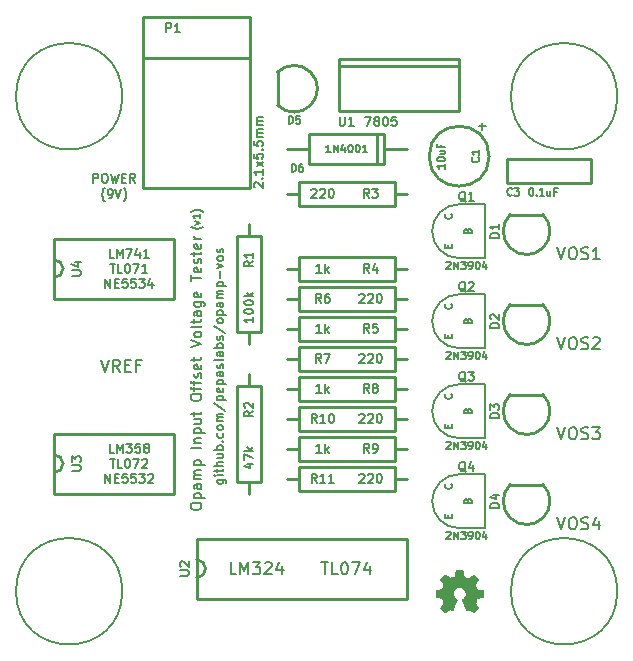
<source format=gbr>
G04 #@! TF.FileFunction,Legend,Top*
%FSLAX46Y46*%
G04 Gerber Fmt 4.6, Leading zero omitted, Abs format (unit mm)*
G04 Created by KiCad (PCBNEW 4.0.5+dfsg1-4~bpo8+1) date Sat Apr 22 17:10:37 2017*
%MOMM*%
%LPD*%
G01*
G04 APERTURE LIST*
%ADD10C,0.100000*%
%ADD11C,0.127000*%
%ADD12C,0.203200*%
%ADD13C,0.152400*%
%ADD14C,0.177800*%
%ADD15C,0.150000*%
%ADD16C,0.254000*%
%ADD17C,0.002540*%
G04 APERTURE END LIST*
D10*
D11*
X133244167Y-78359000D02*
X133213929Y-78389238D01*
X133123214Y-78449714D01*
X133062738Y-78479952D01*
X132972024Y-78510190D01*
X132820833Y-78540429D01*
X132699881Y-78540429D01*
X132548690Y-78510190D01*
X132457976Y-78479952D01*
X132397500Y-78449714D01*
X132306786Y-78389238D01*
X132276548Y-78359000D01*
X132578929Y-78177572D02*
X133002262Y-78026381D01*
X132578929Y-77875191D01*
X133002262Y-77300666D02*
X133002262Y-77663524D01*
X133002262Y-77482095D02*
X132367262Y-77482095D01*
X132457976Y-77542571D01*
X132518452Y-77603047D01*
X132548690Y-77663524D01*
X133244167Y-77089000D02*
X133213929Y-77058762D01*
X133123214Y-76998285D01*
X133062738Y-76968047D01*
X132972024Y-76937809D01*
X132820833Y-76907571D01*
X132699881Y-76907571D01*
X132548690Y-76937809D01*
X132457976Y-76968047D01*
X132397500Y-76998285D01*
X132306786Y-77058762D01*
X132276548Y-77089000D01*
D12*
X136077476Y-107774619D02*
X135593667Y-107774619D01*
X135593667Y-106758619D01*
X136416143Y-107774619D02*
X136416143Y-106758619D01*
X136754809Y-107484333D01*
X137093476Y-106758619D01*
X137093476Y-107774619D01*
X137480524Y-106758619D02*
X138109476Y-106758619D01*
X137770810Y-107145667D01*
X137915952Y-107145667D01*
X138012714Y-107194048D01*
X138061095Y-107242429D01*
X138109476Y-107339190D01*
X138109476Y-107581095D01*
X138061095Y-107677857D01*
X138012714Y-107726238D01*
X137915952Y-107774619D01*
X137625667Y-107774619D01*
X137528905Y-107726238D01*
X137480524Y-107677857D01*
X138496524Y-106855381D02*
X138544905Y-106807000D01*
X138641667Y-106758619D01*
X138883571Y-106758619D01*
X138980333Y-106807000D01*
X139028714Y-106855381D01*
X139077095Y-106952143D01*
X139077095Y-107048905D01*
X139028714Y-107194048D01*
X138448143Y-107774619D01*
X139077095Y-107774619D01*
X139947952Y-107097286D02*
X139947952Y-107774619D01*
X139706048Y-106710238D02*
X139464143Y-107435952D01*
X140093095Y-107435952D01*
D13*
X124986144Y-100039714D02*
X124986144Y-99277714D01*
X125421572Y-100039714D01*
X125421572Y-99277714D01*
X125784430Y-99640571D02*
X126038430Y-99640571D01*
X126147287Y-100039714D02*
X125784430Y-100039714D01*
X125784430Y-99277714D01*
X126147287Y-99277714D01*
X126836716Y-99277714D02*
X126473859Y-99277714D01*
X126437573Y-99640571D01*
X126473859Y-99604286D01*
X126546430Y-99568000D01*
X126727859Y-99568000D01*
X126800430Y-99604286D01*
X126836716Y-99640571D01*
X126873001Y-99713143D01*
X126873001Y-99894571D01*
X126836716Y-99967143D01*
X126800430Y-100003429D01*
X126727859Y-100039714D01*
X126546430Y-100039714D01*
X126473859Y-100003429D01*
X126437573Y-99967143D01*
X127562430Y-99277714D02*
X127199573Y-99277714D01*
X127163287Y-99640571D01*
X127199573Y-99604286D01*
X127272144Y-99568000D01*
X127453573Y-99568000D01*
X127526144Y-99604286D01*
X127562430Y-99640571D01*
X127598715Y-99713143D01*
X127598715Y-99894571D01*
X127562430Y-99967143D01*
X127526144Y-100003429D01*
X127453573Y-100039714D01*
X127272144Y-100039714D01*
X127199573Y-100003429D01*
X127163287Y-99967143D01*
X127852715Y-99277714D02*
X128324429Y-99277714D01*
X128070429Y-99568000D01*
X128179287Y-99568000D01*
X128251858Y-99604286D01*
X128288144Y-99640571D01*
X128324429Y-99713143D01*
X128324429Y-99894571D01*
X128288144Y-99967143D01*
X128251858Y-100003429D01*
X128179287Y-100039714D01*
X127961572Y-100039714D01*
X127889001Y-100003429D01*
X127852715Y-99967143D01*
X128614715Y-99350286D02*
X128651001Y-99314000D01*
X128723572Y-99277714D01*
X128905001Y-99277714D01*
X128977572Y-99314000D01*
X129013858Y-99350286D01*
X129050143Y-99422857D01*
X129050143Y-99495429D01*
X129013858Y-99604286D01*
X128578429Y-100039714D01*
X129050143Y-100039714D01*
X125711858Y-97499714D02*
X125349001Y-97499714D01*
X125349001Y-96737714D01*
X125965858Y-97499714D02*
X125965858Y-96737714D01*
X126219858Y-97282000D01*
X126473858Y-96737714D01*
X126473858Y-97499714D01*
X126764143Y-96737714D02*
X127235857Y-96737714D01*
X126981857Y-97028000D01*
X127090715Y-97028000D01*
X127163286Y-97064286D01*
X127199572Y-97100571D01*
X127235857Y-97173143D01*
X127235857Y-97354571D01*
X127199572Y-97427143D01*
X127163286Y-97463429D01*
X127090715Y-97499714D01*
X126873000Y-97499714D01*
X126800429Y-97463429D01*
X126764143Y-97427143D01*
X127925286Y-96737714D02*
X127562429Y-96737714D01*
X127526143Y-97100571D01*
X127562429Y-97064286D01*
X127635000Y-97028000D01*
X127816429Y-97028000D01*
X127889000Y-97064286D01*
X127925286Y-97100571D01*
X127961571Y-97173143D01*
X127961571Y-97354571D01*
X127925286Y-97427143D01*
X127889000Y-97463429D01*
X127816429Y-97499714D01*
X127635000Y-97499714D01*
X127562429Y-97463429D01*
X127526143Y-97427143D01*
X128397000Y-97064286D02*
X128324428Y-97028000D01*
X128288143Y-96991714D01*
X128251857Y-96919143D01*
X128251857Y-96882857D01*
X128288143Y-96810286D01*
X128324428Y-96774000D01*
X128397000Y-96737714D01*
X128542143Y-96737714D01*
X128614714Y-96774000D01*
X128651000Y-96810286D01*
X128687285Y-96882857D01*
X128687285Y-96919143D01*
X128651000Y-96991714D01*
X128614714Y-97028000D01*
X128542143Y-97064286D01*
X128397000Y-97064286D01*
X128324428Y-97100571D01*
X128288143Y-97136857D01*
X128251857Y-97209429D01*
X128251857Y-97354571D01*
X128288143Y-97427143D01*
X128324428Y-97463429D01*
X128397000Y-97499714D01*
X128542143Y-97499714D01*
X128614714Y-97463429D01*
X128651000Y-97427143D01*
X128687285Y-97354571D01*
X128687285Y-97209429D01*
X128651000Y-97136857D01*
X128614714Y-97100571D01*
X128542143Y-97064286D01*
X124986144Y-83529714D02*
X124986144Y-82767714D01*
X125421572Y-83529714D01*
X125421572Y-82767714D01*
X125784430Y-83130571D02*
X126038430Y-83130571D01*
X126147287Y-83529714D02*
X125784430Y-83529714D01*
X125784430Y-82767714D01*
X126147287Y-82767714D01*
X126836716Y-82767714D02*
X126473859Y-82767714D01*
X126437573Y-83130571D01*
X126473859Y-83094286D01*
X126546430Y-83058000D01*
X126727859Y-83058000D01*
X126800430Y-83094286D01*
X126836716Y-83130571D01*
X126873001Y-83203143D01*
X126873001Y-83384571D01*
X126836716Y-83457143D01*
X126800430Y-83493429D01*
X126727859Y-83529714D01*
X126546430Y-83529714D01*
X126473859Y-83493429D01*
X126437573Y-83457143D01*
X127562430Y-82767714D02*
X127199573Y-82767714D01*
X127163287Y-83130571D01*
X127199573Y-83094286D01*
X127272144Y-83058000D01*
X127453573Y-83058000D01*
X127526144Y-83094286D01*
X127562430Y-83130571D01*
X127598715Y-83203143D01*
X127598715Y-83384571D01*
X127562430Y-83457143D01*
X127526144Y-83493429D01*
X127453573Y-83529714D01*
X127272144Y-83529714D01*
X127199573Y-83493429D01*
X127163287Y-83457143D01*
X127852715Y-82767714D02*
X128324429Y-82767714D01*
X128070429Y-83058000D01*
X128179287Y-83058000D01*
X128251858Y-83094286D01*
X128288144Y-83130571D01*
X128324429Y-83203143D01*
X128324429Y-83384571D01*
X128288144Y-83457143D01*
X128251858Y-83493429D01*
X128179287Y-83529714D01*
X127961572Y-83529714D01*
X127889001Y-83493429D01*
X127852715Y-83457143D01*
X128977572Y-83021714D02*
X128977572Y-83529714D01*
X128796143Y-82731429D02*
X128614715Y-83275714D01*
X129086429Y-83275714D01*
X125711858Y-80989714D02*
X125349001Y-80989714D01*
X125349001Y-80227714D01*
X125965858Y-80989714D02*
X125965858Y-80227714D01*
X126219858Y-80772000D01*
X126473858Y-80227714D01*
X126473858Y-80989714D01*
X126764143Y-80227714D02*
X127272143Y-80227714D01*
X126945572Y-80989714D01*
X127889000Y-80481714D02*
X127889000Y-80989714D01*
X127707571Y-80191429D02*
X127526143Y-80735714D01*
X127997857Y-80735714D01*
X128687285Y-80989714D02*
X128251857Y-80989714D01*
X128469571Y-80989714D02*
X128469571Y-80227714D01*
X128397000Y-80336571D01*
X128324428Y-80409143D01*
X128251857Y-80445429D01*
X134456714Y-99767575D02*
X135073571Y-99767575D01*
X135146143Y-99803861D01*
X135182429Y-99840146D01*
X135218714Y-99912718D01*
X135218714Y-100021575D01*
X135182429Y-100094146D01*
X134928429Y-99767575D02*
X134964714Y-99840146D01*
X134964714Y-99985289D01*
X134928429Y-100057861D01*
X134892143Y-100094146D01*
X134819571Y-100130432D01*
X134601857Y-100130432D01*
X134529286Y-100094146D01*
X134493000Y-100057861D01*
X134456714Y-99985289D01*
X134456714Y-99840146D01*
X134493000Y-99767575D01*
X134964714Y-99404717D02*
X134456714Y-99404717D01*
X134202714Y-99404717D02*
X134239000Y-99441003D01*
X134275286Y-99404717D01*
X134239000Y-99368432D01*
X134202714Y-99404717D01*
X134275286Y-99404717D01*
X134456714Y-99150718D02*
X134456714Y-98860432D01*
X134202714Y-99041860D02*
X134855857Y-99041860D01*
X134928429Y-99005575D01*
X134964714Y-98933003D01*
X134964714Y-98860432D01*
X134964714Y-98606431D02*
X134202714Y-98606431D01*
X134964714Y-98279860D02*
X134565571Y-98279860D01*
X134493000Y-98316146D01*
X134456714Y-98388717D01*
X134456714Y-98497574D01*
X134493000Y-98570146D01*
X134529286Y-98606431D01*
X134456714Y-97590431D02*
X134964714Y-97590431D01*
X134456714Y-97917002D02*
X134855857Y-97917002D01*
X134928429Y-97880717D01*
X134964714Y-97808145D01*
X134964714Y-97699288D01*
X134928429Y-97626717D01*
X134892143Y-97590431D01*
X134964714Y-97227573D02*
X134202714Y-97227573D01*
X134493000Y-97227573D02*
X134456714Y-97155002D01*
X134456714Y-97009859D01*
X134493000Y-96937288D01*
X134529286Y-96901002D01*
X134601857Y-96864716D01*
X134819571Y-96864716D01*
X134892143Y-96901002D01*
X134928429Y-96937288D01*
X134964714Y-97009859D01*
X134964714Y-97155002D01*
X134928429Y-97227573D01*
X134892143Y-96538144D02*
X134928429Y-96501859D01*
X134964714Y-96538144D01*
X134928429Y-96574430D01*
X134892143Y-96538144D01*
X134964714Y-96538144D01*
X134928429Y-95848716D02*
X134964714Y-95921287D01*
X134964714Y-96066430D01*
X134928429Y-96139002D01*
X134892143Y-96175287D01*
X134819571Y-96211573D01*
X134601857Y-96211573D01*
X134529286Y-96175287D01*
X134493000Y-96139002D01*
X134456714Y-96066430D01*
X134456714Y-95921287D01*
X134493000Y-95848716D01*
X134964714Y-95413287D02*
X134928429Y-95485859D01*
X134892143Y-95522144D01*
X134819571Y-95558430D01*
X134601857Y-95558430D01*
X134529286Y-95522144D01*
X134493000Y-95485859D01*
X134456714Y-95413287D01*
X134456714Y-95304430D01*
X134493000Y-95231859D01*
X134529286Y-95195573D01*
X134601857Y-95159287D01*
X134819571Y-95159287D01*
X134892143Y-95195573D01*
X134928429Y-95231859D01*
X134964714Y-95304430D01*
X134964714Y-95413287D01*
X134964714Y-94832715D02*
X134456714Y-94832715D01*
X134529286Y-94832715D02*
X134493000Y-94796430D01*
X134456714Y-94723858D01*
X134456714Y-94615001D01*
X134493000Y-94542430D01*
X134565571Y-94506144D01*
X134964714Y-94506144D01*
X134565571Y-94506144D02*
X134493000Y-94469858D01*
X134456714Y-94397287D01*
X134456714Y-94288430D01*
X134493000Y-94215858D01*
X134565571Y-94179573D01*
X134964714Y-94179573D01*
X134166429Y-93272430D02*
X135146143Y-93925573D01*
X134456714Y-93018429D02*
X135218714Y-93018429D01*
X134493000Y-93018429D02*
X134456714Y-92945858D01*
X134456714Y-92800715D01*
X134493000Y-92728144D01*
X134529286Y-92691858D01*
X134601857Y-92655572D01*
X134819571Y-92655572D01*
X134892143Y-92691858D01*
X134928429Y-92728144D01*
X134964714Y-92800715D01*
X134964714Y-92945858D01*
X134928429Y-93018429D01*
X134928429Y-92038715D02*
X134964714Y-92111286D01*
X134964714Y-92256429D01*
X134928429Y-92329000D01*
X134855857Y-92365286D01*
X134565571Y-92365286D01*
X134493000Y-92329000D01*
X134456714Y-92256429D01*
X134456714Y-92111286D01*
X134493000Y-92038715D01*
X134565571Y-92002429D01*
X134638143Y-92002429D01*
X134710714Y-92365286D01*
X134456714Y-91675857D02*
X135218714Y-91675857D01*
X134493000Y-91675857D02*
X134456714Y-91603286D01*
X134456714Y-91458143D01*
X134493000Y-91385572D01*
X134529286Y-91349286D01*
X134601857Y-91313000D01*
X134819571Y-91313000D01*
X134892143Y-91349286D01*
X134928429Y-91385572D01*
X134964714Y-91458143D01*
X134964714Y-91603286D01*
X134928429Y-91675857D01*
X134964714Y-90659857D02*
X134565571Y-90659857D01*
X134493000Y-90696143D01*
X134456714Y-90768714D01*
X134456714Y-90913857D01*
X134493000Y-90986428D01*
X134928429Y-90659857D02*
X134964714Y-90732428D01*
X134964714Y-90913857D01*
X134928429Y-90986428D01*
X134855857Y-91022714D01*
X134783286Y-91022714D01*
X134710714Y-90986428D01*
X134674429Y-90913857D01*
X134674429Y-90732428D01*
X134638143Y-90659857D01*
X134928429Y-90333285D02*
X134964714Y-90260714D01*
X134964714Y-90115571D01*
X134928429Y-90042999D01*
X134855857Y-90006714D01*
X134819571Y-90006714D01*
X134747000Y-90042999D01*
X134710714Y-90115571D01*
X134710714Y-90224428D01*
X134674429Y-90296999D01*
X134601857Y-90333285D01*
X134565571Y-90333285D01*
X134493000Y-90296999D01*
X134456714Y-90224428D01*
X134456714Y-90115571D01*
X134493000Y-90042999D01*
X134964714Y-89571285D02*
X134928429Y-89643857D01*
X134855857Y-89680142D01*
X134202714Y-89680142D01*
X134964714Y-88954428D02*
X134565571Y-88954428D01*
X134493000Y-88990714D01*
X134456714Y-89063285D01*
X134456714Y-89208428D01*
X134493000Y-89280999D01*
X134928429Y-88954428D02*
X134964714Y-89026999D01*
X134964714Y-89208428D01*
X134928429Y-89280999D01*
X134855857Y-89317285D01*
X134783286Y-89317285D01*
X134710714Y-89280999D01*
X134674429Y-89208428D01*
X134674429Y-89026999D01*
X134638143Y-88954428D01*
X134964714Y-88591570D02*
X134202714Y-88591570D01*
X134493000Y-88591570D02*
X134456714Y-88518999D01*
X134456714Y-88373856D01*
X134493000Y-88301285D01*
X134529286Y-88264999D01*
X134601857Y-88228713D01*
X134819571Y-88228713D01*
X134892143Y-88264999D01*
X134928429Y-88301285D01*
X134964714Y-88373856D01*
X134964714Y-88518999D01*
X134928429Y-88591570D01*
X134928429Y-87938427D02*
X134964714Y-87865856D01*
X134964714Y-87720713D01*
X134928429Y-87648141D01*
X134855857Y-87611856D01*
X134819571Y-87611856D01*
X134747000Y-87648141D01*
X134710714Y-87720713D01*
X134710714Y-87829570D01*
X134674429Y-87902141D01*
X134601857Y-87938427D01*
X134565571Y-87938427D01*
X134493000Y-87902141D01*
X134456714Y-87829570D01*
X134456714Y-87720713D01*
X134493000Y-87648141D01*
X134166429Y-86740999D02*
X135146143Y-87394142D01*
X134964714Y-86378141D02*
X134928429Y-86450713D01*
X134892143Y-86486998D01*
X134819571Y-86523284D01*
X134601857Y-86523284D01*
X134529286Y-86486998D01*
X134493000Y-86450713D01*
X134456714Y-86378141D01*
X134456714Y-86269284D01*
X134493000Y-86196713D01*
X134529286Y-86160427D01*
X134601857Y-86124141D01*
X134819571Y-86124141D01*
X134892143Y-86160427D01*
X134928429Y-86196713D01*
X134964714Y-86269284D01*
X134964714Y-86378141D01*
X134456714Y-85797569D02*
X135218714Y-85797569D01*
X134493000Y-85797569D02*
X134456714Y-85724998D01*
X134456714Y-85579855D01*
X134493000Y-85507284D01*
X134529286Y-85470998D01*
X134601857Y-85434712D01*
X134819571Y-85434712D01*
X134892143Y-85470998D01*
X134928429Y-85507284D01*
X134964714Y-85579855D01*
X134964714Y-85724998D01*
X134928429Y-85797569D01*
X134964714Y-84781569D02*
X134565571Y-84781569D01*
X134493000Y-84817855D01*
X134456714Y-84890426D01*
X134456714Y-85035569D01*
X134493000Y-85108140D01*
X134928429Y-84781569D02*
X134964714Y-84854140D01*
X134964714Y-85035569D01*
X134928429Y-85108140D01*
X134855857Y-85144426D01*
X134783286Y-85144426D01*
X134710714Y-85108140D01*
X134674429Y-85035569D01*
X134674429Y-84854140D01*
X134638143Y-84781569D01*
X134964714Y-84418711D02*
X134456714Y-84418711D01*
X134529286Y-84418711D02*
X134493000Y-84382426D01*
X134456714Y-84309854D01*
X134456714Y-84200997D01*
X134493000Y-84128426D01*
X134565571Y-84092140D01*
X134964714Y-84092140D01*
X134565571Y-84092140D02*
X134493000Y-84055854D01*
X134456714Y-83983283D01*
X134456714Y-83874426D01*
X134493000Y-83801854D01*
X134565571Y-83765569D01*
X134964714Y-83765569D01*
X134456714Y-83402711D02*
X135218714Y-83402711D01*
X134493000Y-83402711D02*
X134456714Y-83330140D01*
X134456714Y-83184997D01*
X134493000Y-83112426D01*
X134529286Y-83076140D01*
X134601857Y-83039854D01*
X134819571Y-83039854D01*
X134892143Y-83076140D01*
X134928429Y-83112426D01*
X134964714Y-83184997D01*
X134964714Y-83330140D01*
X134928429Y-83402711D01*
X134674429Y-82713282D02*
X134674429Y-82132711D01*
X134456714Y-81842425D02*
X134964714Y-81660996D01*
X134456714Y-81479568D01*
X134964714Y-81080425D02*
X134928429Y-81152997D01*
X134892143Y-81189282D01*
X134819571Y-81225568D01*
X134601857Y-81225568D01*
X134529286Y-81189282D01*
X134493000Y-81152997D01*
X134456714Y-81080425D01*
X134456714Y-80971568D01*
X134493000Y-80898997D01*
X134529286Y-80862711D01*
X134601857Y-80826425D01*
X134819571Y-80826425D01*
X134892143Y-80862711D01*
X134928429Y-80898997D01*
X134964714Y-80971568D01*
X134964714Y-81080425D01*
X134928429Y-80536139D02*
X134964714Y-80463568D01*
X134964714Y-80318425D01*
X134928429Y-80245853D01*
X134855857Y-80209568D01*
X134819571Y-80209568D01*
X134747000Y-80245853D01*
X134710714Y-80318425D01*
X134710714Y-80427282D01*
X134674429Y-80499853D01*
X134601857Y-80536139D01*
X134565571Y-80536139D01*
X134493000Y-80499853D01*
X134456714Y-80427282D01*
X134456714Y-80318425D01*
X134493000Y-80245853D01*
D14*
X132228167Y-102129164D02*
X132228167Y-101959831D01*
X132270500Y-101875164D01*
X132355167Y-101790497D01*
X132524500Y-101748164D01*
X132820833Y-101748164D01*
X132990167Y-101790497D01*
X133074833Y-101875164D01*
X133117167Y-101959831D01*
X133117167Y-102129164D01*
X133074833Y-102213831D01*
X132990167Y-102298497D01*
X132820833Y-102340831D01*
X132524500Y-102340831D01*
X132355167Y-102298497D01*
X132270500Y-102213831D01*
X132228167Y-102129164D01*
X132524500Y-101367164D02*
X133413500Y-101367164D01*
X132566833Y-101367164D02*
X132524500Y-101282498D01*
X132524500Y-101113164D01*
X132566833Y-101028498D01*
X132609167Y-100986164D01*
X132693833Y-100943831D01*
X132947833Y-100943831D01*
X133032500Y-100986164D01*
X133074833Y-101028498D01*
X133117167Y-101113164D01*
X133117167Y-101282498D01*
X133074833Y-101367164D01*
X133117167Y-100181831D02*
X132651500Y-100181831D01*
X132566833Y-100224165D01*
X132524500Y-100308831D01*
X132524500Y-100478165D01*
X132566833Y-100562831D01*
X133074833Y-100181831D02*
X133117167Y-100266498D01*
X133117167Y-100478165D01*
X133074833Y-100562831D01*
X132990167Y-100605165D01*
X132905500Y-100605165D01*
X132820833Y-100562831D01*
X132778500Y-100478165D01*
X132778500Y-100266498D01*
X132736167Y-100181831D01*
X133117167Y-99758498D02*
X132524500Y-99758498D01*
X132609167Y-99758498D02*
X132566833Y-99716165D01*
X132524500Y-99631498D01*
X132524500Y-99504498D01*
X132566833Y-99419832D01*
X132651500Y-99377498D01*
X133117167Y-99377498D01*
X132651500Y-99377498D02*
X132566833Y-99335165D01*
X132524500Y-99250498D01*
X132524500Y-99123498D01*
X132566833Y-99038832D01*
X132651500Y-98996498D01*
X133117167Y-98996498D01*
X132524500Y-98573165D02*
X133413500Y-98573165D01*
X132566833Y-98573165D02*
X132524500Y-98488499D01*
X132524500Y-98319165D01*
X132566833Y-98234499D01*
X132609167Y-98192165D01*
X132693833Y-98149832D01*
X132947833Y-98149832D01*
X133032500Y-98192165D01*
X133074833Y-98234499D01*
X133117167Y-98319165D01*
X133117167Y-98488499D01*
X133074833Y-98573165D01*
X133117167Y-97091499D02*
X132228167Y-97091499D01*
X132524500Y-96668166D02*
X133117167Y-96668166D01*
X132609167Y-96668166D02*
X132566833Y-96625833D01*
X132524500Y-96541166D01*
X132524500Y-96414166D01*
X132566833Y-96329500D01*
X132651500Y-96287166D01*
X133117167Y-96287166D01*
X132524500Y-95863833D02*
X133413500Y-95863833D01*
X132566833Y-95863833D02*
X132524500Y-95779167D01*
X132524500Y-95609833D01*
X132566833Y-95525167D01*
X132609167Y-95482833D01*
X132693833Y-95440500D01*
X132947833Y-95440500D01*
X133032500Y-95482833D01*
X133074833Y-95525167D01*
X133117167Y-95609833D01*
X133117167Y-95779167D01*
X133074833Y-95863833D01*
X132524500Y-94678500D02*
X133117167Y-94678500D01*
X132524500Y-95059500D02*
X132990167Y-95059500D01*
X133074833Y-95017167D01*
X133117167Y-94932500D01*
X133117167Y-94805500D01*
X133074833Y-94720834D01*
X133032500Y-94678500D01*
X132524500Y-94382167D02*
X132524500Y-94043501D01*
X132228167Y-94255167D02*
X132990167Y-94255167D01*
X133074833Y-94212834D01*
X133117167Y-94128167D01*
X133117167Y-94043501D01*
X132228167Y-92900501D02*
X132228167Y-92731168D01*
X132270500Y-92646501D01*
X132355167Y-92561834D01*
X132524500Y-92519501D01*
X132820833Y-92519501D01*
X132990167Y-92561834D01*
X133074833Y-92646501D01*
X133117167Y-92731168D01*
X133117167Y-92900501D01*
X133074833Y-92985168D01*
X132990167Y-93069834D01*
X132820833Y-93112168D01*
X132524500Y-93112168D01*
X132355167Y-93069834D01*
X132270500Y-92985168D01*
X132228167Y-92900501D01*
X132524500Y-92265501D02*
X132524500Y-91926835D01*
X133117167Y-92138501D02*
X132355167Y-92138501D01*
X132270500Y-92096168D01*
X132228167Y-92011501D01*
X132228167Y-91926835D01*
X132524500Y-91757501D02*
X132524500Y-91418835D01*
X133117167Y-91630501D02*
X132355167Y-91630501D01*
X132270500Y-91588168D01*
X132228167Y-91503501D01*
X132228167Y-91418835D01*
X133074833Y-91164835D02*
X133117167Y-91080168D01*
X133117167Y-90910835D01*
X133074833Y-90826168D01*
X132990167Y-90783835D01*
X132947833Y-90783835D01*
X132863167Y-90826168D01*
X132820833Y-90910835D01*
X132820833Y-91037835D01*
X132778500Y-91122501D01*
X132693833Y-91164835D01*
X132651500Y-91164835D01*
X132566833Y-91122501D01*
X132524500Y-91037835D01*
X132524500Y-90910835D01*
X132566833Y-90826168D01*
X133074833Y-90064168D02*
X133117167Y-90148834D01*
X133117167Y-90318168D01*
X133074833Y-90402834D01*
X132990167Y-90445168D01*
X132651500Y-90445168D01*
X132566833Y-90402834D01*
X132524500Y-90318168D01*
X132524500Y-90148834D01*
X132566833Y-90064168D01*
X132651500Y-90021834D01*
X132736167Y-90021834D01*
X132820833Y-90445168D01*
X132524500Y-89767834D02*
X132524500Y-89429168D01*
X132228167Y-89640834D02*
X132990167Y-89640834D01*
X133074833Y-89598501D01*
X133117167Y-89513834D01*
X133117167Y-89429168D01*
X132228167Y-88582501D02*
X133117167Y-88286168D01*
X132228167Y-87989835D01*
X133117167Y-87566501D02*
X133074833Y-87651168D01*
X133032500Y-87693501D01*
X132947833Y-87735835D01*
X132693833Y-87735835D01*
X132609167Y-87693501D01*
X132566833Y-87651168D01*
X132524500Y-87566501D01*
X132524500Y-87439501D01*
X132566833Y-87354835D01*
X132609167Y-87312501D01*
X132693833Y-87270168D01*
X132947833Y-87270168D01*
X133032500Y-87312501D01*
X133074833Y-87354835D01*
X133117167Y-87439501D01*
X133117167Y-87566501D01*
X133117167Y-86762168D02*
X133074833Y-86846835D01*
X132990167Y-86889168D01*
X132228167Y-86889168D01*
X132524500Y-86550501D02*
X132524500Y-86211835D01*
X132228167Y-86423501D02*
X132990167Y-86423501D01*
X133074833Y-86381168D01*
X133117167Y-86296501D01*
X133117167Y-86211835D01*
X133117167Y-85534501D02*
X132651500Y-85534501D01*
X132566833Y-85576835D01*
X132524500Y-85661501D01*
X132524500Y-85830835D01*
X132566833Y-85915501D01*
X133074833Y-85534501D02*
X133117167Y-85619168D01*
X133117167Y-85830835D01*
X133074833Y-85915501D01*
X132990167Y-85957835D01*
X132905500Y-85957835D01*
X132820833Y-85915501D01*
X132778500Y-85830835D01*
X132778500Y-85619168D01*
X132736167Y-85534501D01*
X132524500Y-84730168D02*
X133244167Y-84730168D01*
X133328833Y-84772502D01*
X133371167Y-84814835D01*
X133413500Y-84899502D01*
X133413500Y-85026502D01*
X133371167Y-85111168D01*
X133074833Y-84730168D02*
X133117167Y-84814835D01*
X133117167Y-84984168D01*
X133074833Y-85068835D01*
X133032500Y-85111168D01*
X132947833Y-85153502D01*
X132693833Y-85153502D01*
X132609167Y-85111168D01*
X132566833Y-85068835D01*
X132524500Y-84984168D01*
X132524500Y-84814835D01*
X132566833Y-84730168D01*
X133074833Y-83968169D02*
X133117167Y-84052835D01*
X133117167Y-84222169D01*
X133074833Y-84306835D01*
X132990167Y-84349169D01*
X132651500Y-84349169D01*
X132566833Y-84306835D01*
X132524500Y-84222169D01*
X132524500Y-84052835D01*
X132566833Y-83968169D01*
X132651500Y-83925835D01*
X132736167Y-83925835D01*
X132820833Y-84349169D01*
X132228167Y-82994502D02*
X132228167Y-82486502D01*
X133117167Y-82740502D02*
X132228167Y-82740502D01*
X133074833Y-81851503D02*
X133117167Y-81936169D01*
X133117167Y-82105503D01*
X133074833Y-82190169D01*
X132990167Y-82232503D01*
X132651500Y-82232503D01*
X132566833Y-82190169D01*
X132524500Y-82105503D01*
X132524500Y-81936169D01*
X132566833Y-81851503D01*
X132651500Y-81809169D01*
X132736167Y-81809169D01*
X132820833Y-82232503D01*
X133074833Y-81470503D02*
X133117167Y-81385836D01*
X133117167Y-81216503D01*
X133074833Y-81131836D01*
X132990167Y-81089503D01*
X132947833Y-81089503D01*
X132863167Y-81131836D01*
X132820833Y-81216503D01*
X132820833Y-81343503D01*
X132778500Y-81428169D01*
X132693833Y-81470503D01*
X132651500Y-81470503D01*
X132566833Y-81428169D01*
X132524500Y-81343503D01*
X132524500Y-81216503D01*
X132566833Y-81131836D01*
X132524500Y-80835502D02*
X132524500Y-80496836D01*
X132228167Y-80708502D02*
X132990167Y-80708502D01*
X133074833Y-80666169D01*
X133117167Y-80581502D01*
X133117167Y-80496836D01*
X133074833Y-79861836D02*
X133117167Y-79946502D01*
X133117167Y-80115836D01*
X133074833Y-80200502D01*
X132990167Y-80242836D01*
X132651500Y-80242836D01*
X132566833Y-80200502D01*
X132524500Y-80115836D01*
X132524500Y-79946502D01*
X132566833Y-79861836D01*
X132651500Y-79819502D01*
X132736167Y-79819502D01*
X132820833Y-80242836D01*
X133117167Y-79438502D02*
X132524500Y-79438502D01*
X132693833Y-79438502D02*
X132609167Y-79396169D01*
X132566833Y-79353836D01*
X132524500Y-79269169D01*
X132524500Y-79184502D01*
D12*
X124623286Y-89613619D02*
X124961953Y-90629619D01*
X125300619Y-89613619D01*
X126219857Y-90629619D02*
X125881191Y-90145810D01*
X125639286Y-90629619D02*
X125639286Y-89613619D01*
X126026333Y-89613619D01*
X126123095Y-89662000D01*
X126171476Y-89710381D01*
X126219857Y-89807143D01*
X126219857Y-89952286D01*
X126171476Y-90049048D01*
X126123095Y-90097429D01*
X126026333Y-90145810D01*
X125639286Y-90145810D01*
X126655286Y-90097429D02*
X126993952Y-90097429D01*
X127139095Y-90629619D02*
X126655286Y-90629619D01*
X126655286Y-89613619D01*
X127139095Y-89613619D01*
X127913190Y-90097429D02*
X127574524Y-90097429D01*
X127574524Y-90629619D02*
X127574524Y-89613619D01*
X128058333Y-89613619D01*
X163261524Y-102948619D02*
X163600191Y-103964619D01*
X163938857Y-102948619D01*
X164471048Y-102948619D02*
X164664571Y-102948619D01*
X164761333Y-102997000D01*
X164858095Y-103093762D01*
X164906476Y-103287286D01*
X164906476Y-103625952D01*
X164858095Y-103819476D01*
X164761333Y-103916238D01*
X164664571Y-103964619D01*
X164471048Y-103964619D01*
X164374286Y-103916238D01*
X164277524Y-103819476D01*
X164229143Y-103625952D01*
X164229143Y-103287286D01*
X164277524Y-103093762D01*
X164374286Y-102997000D01*
X164471048Y-102948619D01*
X165293524Y-103916238D02*
X165438667Y-103964619D01*
X165680571Y-103964619D01*
X165777333Y-103916238D01*
X165825714Y-103867857D01*
X165874095Y-103771095D01*
X165874095Y-103674333D01*
X165825714Y-103577571D01*
X165777333Y-103529190D01*
X165680571Y-103480810D01*
X165487048Y-103432429D01*
X165390286Y-103384048D01*
X165341905Y-103335667D01*
X165293524Y-103238905D01*
X165293524Y-103142143D01*
X165341905Y-103045381D01*
X165390286Y-102997000D01*
X165487048Y-102948619D01*
X165728952Y-102948619D01*
X165874095Y-102997000D01*
X166744952Y-103287286D02*
X166744952Y-103964619D01*
X166503048Y-102900238D02*
X166261143Y-103625952D01*
X166890095Y-103625952D01*
X163261524Y-95328619D02*
X163600191Y-96344619D01*
X163938857Y-95328619D01*
X164471048Y-95328619D02*
X164664571Y-95328619D01*
X164761333Y-95377000D01*
X164858095Y-95473762D01*
X164906476Y-95667286D01*
X164906476Y-96005952D01*
X164858095Y-96199476D01*
X164761333Y-96296238D01*
X164664571Y-96344619D01*
X164471048Y-96344619D01*
X164374286Y-96296238D01*
X164277524Y-96199476D01*
X164229143Y-96005952D01*
X164229143Y-95667286D01*
X164277524Y-95473762D01*
X164374286Y-95377000D01*
X164471048Y-95328619D01*
X165293524Y-96296238D02*
X165438667Y-96344619D01*
X165680571Y-96344619D01*
X165777333Y-96296238D01*
X165825714Y-96247857D01*
X165874095Y-96151095D01*
X165874095Y-96054333D01*
X165825714Y-95957571D01*
X165777333Y-95909190D01*
X165680571Y-95860810D01*
X165487048Y-95812429D01*
X165390286Y-95764048D01*
X165341905Y-95715667D01*
X165293524Y-95618905D01*
X165293524Y-95522143D01*
X165341905Y-95425381D01*
X165390286Y-95377000D01*
X165487048Y-95328619D01*
X165728952Y-95328619D01*
X165874095Y-95377000D01*
X166212762Y-95328619D02*
X166841714Y-95328619D01*
X166503048Y-95715667D01*
X166648190Y-95715667D01*
X166744952Y-95764048D01*
X166793333Y-95812429D01*
X166841714Y-95909190D01*
X166841714Y-96151095D01*
X166793333Y-96247857D01*
X166744952Y-96296238D01*
X166648190Y-96344619D01*
X166357905Y-96344619D01*
X166261143Y-96296238D01*
X166212762Y-96247857D01*
X163261524Y-87708619D02*
X163600191Y-88724619D01*
X163938857Y-87708619D01*
X164471048Y-87708619D02*
X164664571Y-87708619D01*
X164761333Y-87757000D01*
X164858095Y-87853762D01*
X164906476Y-88047286D01*
X164906476Y-88385952D01*
X164858095Y-88579476D01*
X164761333Y-88676238D01*
X164664571Y-88724619D01*
X164471048Y-88724619D01*
X164374286Y-88676238D01*
X164277524Y-88579476D01*
X164229143Y-88385952D01*
X164229143Y-88047286D01*
X164277524Y-87853762D01*
X164374286Y-87757000D01*
X164471048Y-87708619D01*
X165293524Y-88676238D02*
X165438667Y-88724619D01*
X165680571Y-88724619D01*
X165777333Y-88676238D01*
X165825714Y-88627857D01*
X165874095Y-88531095D01*
X165874095Y-88434333D01*
X165825714Y-88337571D01*
X165777333Y-88289190D01*
X165680571Y-88240810D01*
X165487048Y-88192429D01*
X165390286Y-88144048D01*
X165341905Y-88095667D01*
X165293524Y-87998905D01*
X165293524Y-87902143D01*
X165341905Y-87805381D01*
X165390286Y-87757000D01*
X165487048Y-87708619D01*
X165728952Y-87708619D01*
X165874095Y-87757000D01*
X166261143Y-87805381D02*
X166309524Y-87757000D01*
X166406286Y-87708619D01*
X166648190Y-87708619D01*
X166744952Y-87757000D01*
X166793333Y-87805381D01*
X166841714Y-87902143D01*
X166841714Y-87998905D01*
X166793333Y-88144048D01*
X166212762Y-88724619D01*
X166841714Y-88724619D01*
X163261524Y-80088619D02*
X163600191Y-81104619D01*
X163938857Y-80088619D01*
X164471048Y-80088619D02*
X164664571Y-80088619D01*
X164761333Y-80137000D01*
X164858095Y-80233762D01*
X164906476Y-80427286D01*
X164906476Y-80765952D01*
X164858095Y-80959476D01*
X164761333Y-81056238D01*
X164664571Y-81104619D01*
X164471048Y-81104619D01*
X164374286Y-81056238D01*
X164277524Y-80959476D01*
X164229143Y-80765952D01*
X164229143Y-80427286D01*
X164277524Y-80233762D01*
X164374286Y-80137000D01*
X164471048Y-80088619D01*
X165293524Y-81056238D02*
X165438667Y-81104619D01*
X165680571Y-81104619D01*
X165777333Y-81056238D01*
X165825714Y-81007857D01*
X165874095Y-80911095D01*
X165874095Y-80814333D01*
X165825714Y-80717571D01*
X165777333Y-80669190D01*
X165680571Y-80620810D01*
X165487048Y-80572429D01*
X165390286Y-80524048D01*
X165341905Y-80475667D01*
X165293524Y-80378905D01*
X165293524Y-80282143D01*
X165341905Y-80185381D01*
X165390286Y-80137000D01*
X165487048Y-80088619D01*
X165728952Y-80088619D01*
X165874095Y-80137000D01*
X166841714Y-81104619D02*
X166261143Y-81104619D01*
X166551429Y-81104619D02*
X166551429Y-80088619D01*
X166454667Y-80233762D01*
X166357905Y-80330524D01*
X166261143Y-80378905D01*
D13*
X123970143Y-74627014D02*
X123970143Y-73865014D01*
X124260428Y-73865014D01*
X124333000Y-73901300D01*
X124369285Y-73937586D01*
X124405571Y-74010157D01*
X124405571Y-74119014D01*
X124369285Y-74191586D01*
X124333000Y-74227871D01*
X124260428Y-74264157D01*
X123970143Y-74264157D01*
X124877285Y-73865014D02*
X125022428Y-73865014D01*
X125095000Y-73901300D01*
X125167571Y-73973871D01*
X125203857Y-74119014D01*
X125203857Y-74373014D01*
X125167571Y-74518157D01*
X125095000Y-74590729D01*
X125022428Y-74627014D01*
X124877285Y-74627014D01*
X124804714Y-74590729D01*
X124732143Y-74518157D01*
X124695857Y-74373014D01*
X124695857Y-74119014D01*
X124732143Y-73973871D01*
X124804714Y-73901300D01*
X124877285Y-73865014D01*
X125457857Y-73865014D02*
X125639286Y-74627014D01*
X125784429Y-74082729D01*
X125929571Y-74627014D01*
X126111000Y-73865014D01*
X126401286Y-74227871D02*
X126655286Y-74227871D01*
X126764143Y-74627014D02*
X126401286Y-74627014D01*
X126401286Y-73865014D01*
X126764143Y-73865014D01*
X127526143Y-74627014D02*
X127272143Y-74264157D01*
X127090715Y-74627014D02*
X127090715Y-73865014D01*
X127381000Y-73865014D01*
X127453572Y-73901300D01*
X127489857Y-73937586D01*
X127526143Y-74010157D01*
X127526143Y-74119014D01*
X127489857Y-74191586D01*
X127453572Y-74227871D01*
X127381000Y-74264157D01*
X127090715Y-74264157D01*
X124931715Y-76212700D02*
X124895429Y-76176414D01*
X124822858Y-76067557D01*
X124786572Y-75994986D01*
X124750286Y-75886129D01*
X124714001Y-75704700D01*
X124714001Y-75559557D01*
X124750286Y-75378129D01*
X124786572Y-75269271D01*
X124822858Y-75196700D01*
X124895429Y-75087843D01*
X124931715Y-75051557D01*
X125258286Y-75922414D02*
X125403429Y-75922414D01*
X125476001Y-75886129D01*
X125512286Y-75849843D01*
X125584858Y-75740986D01*
X125621143Y-75595843D01*
X125621143Y-75305557D01*
X125584858Y-75232986D01*
X125548572Y-75196700D01*
X125476001Y-75160414D01*
X125330858Y-75160414D01*
X125258286Y-75196700D01*
X125222001Y-75232986D01*
X125185715Y-75305557D01*
X125185715Y-75486986D01*
X125222001Y-75559557D01*
X125258286Y-75595843D01*
X125330858Y-75632129D01*
X125476001Y-75632129D01*
X125548572Y-75595843D01*
X125584858Y-75559557D01*
X125621143Y-75486986D01*
X125838857Y-75160414D02*
X126092857Y-75922414D01*
X126346857Y-75160414D01*
X126528286Y-76212700D02*
X126564572Y-76176414D01*
X126637143Y-76067557D01*
X126673429Y-75994986D01*
X126709715Y-75886129D01*
X126746000Y-75704700D01*
X126746000Y-75559557D01*
X126709715Y-75378129D01*
X126673429Y-75269271D01*
X126637143Y-75196700D01*
X126564572Y-75087843D01*
X126528286Y-75051557D01*
D15*
X168330000Y-109220000D02*
G75*
G03X168330000Y-109220000I-4500000J0D01*
G01*
X126420000Y-109220000D02*
G75*
G03X126420000Y-109220000I-4500000J0D01*
G01*
X168330000Y-67310000D02*
G75*
G03X168330000Y-67310000I-4500000J0D01*
G01*
X126420000Y-67310000D02*
G75*
G03X126420000Y-67310000I-4500000J0D01*
G01*
D16*
X157480000Y-72390000D02*
G75*
G03X157480000Y-72390000I-2540000J0D01*
G01*
X159004000Y-72644000D02*
X166116000Y-72644000D01*
X166116000Y-72644000D02*
X166116000Y-74676000D01*
X166116000Y-74676000D02*
X159004000Y-74676000D01*
X159004000Y-74676000D02*
X159004000Y-72644000D01*
X159255000Y-77340000D02*
X162055000Y-77340000D01*
X162055000Y-80140000D02*
G75*
G03X162055000Y-77340000I-1400000J1400000D01*
G01*
X159255000Y-80140000D02*
G75*
G03X162055000Y-80140000I1400000J1400000D01*
G01*
X159255000Y-77340000D02*
G75*
G03X159255000Y-80140000I1400000J-1400000D01*
G01*
X159255000Y-84960000D02*
X162055000Y-84960000D01*
X162055000Y-87760000D02*
G75*
G03X162055000Y-84960000I-1400000J1400000D01*
G01*
X159255000Y-87760000D02*
G75*
G03X162055000Y-87760000I1400000J1400000D01*
G01*
X159255000Y-84960000D02*
G75*
G03X159255000Y-87760000I1400000J-1400000D01*
G01*
X159255000Y-92580000D02*
X162055000Y-92580000D01*
X162055000Y-95380000D02*
G75*
G03X162055000Y-92580000I-1400000J1400000D01*
G01*
X159255000Y-95380000D02*
G75*
G03X162055000Y-95380000I1400000J1400000D01*
G01*
X159255000Y-92580000D02*
G75*
G03X159255000Y-95380000I1400000J-1400000D01*
G01*
X159255000Y-100200000D02*
X162055000Y-100200000D01*
X162055000Y-103000000D02*
G75*
G03X162055000Y-100200000I-1400000J1400000D01*
G01*
X159255000Y-103000000D02*
G75*
G03X162055000Y-103000000I1400000J1400000D01*
G01*
X159255000Y-100200000D02*
G75*
G03X159255000Y-103000000I1400000J-1400000D01*
G01*
X139570000Y-68075000D02*
X139570000Y-65275000D01*
X142370000Y-65275000D02*
G75*
G03X139570000Y-65275000I-1400000J-1400000D01*
G01*
X142370000Y-68075000D02*
G75*
G03X142370000Y-65275000I-1400000J1400000D01*
G01*
X139570000Y-68075000D02*
G75*
G03X142370000Y-68075000I1400000J1400000D01*
G01*
D15*
X154940000Y-81026000D02*
X157099000Y-81026000D01*
X157099000Y-81026000D02*
X157099000Y-76454000D01*
X157099000Y-76454000D02*
X154940000Y-76454000D01*
X154940000Y-76454000D02*
G75*
G03X152654000Y-78740000I0J-2286000D01*
G01*
X152654000Y-78740000D02*
G75*
G03X154940000Y-81026000I2286000J0D01*
G01*
X154940000Y-88646000D02*
X157099000Y-88646000D01*
X157099000Y-88646000D02*
X157099000Y-84074000D01*
X157099000Y-84074000D02*
X154940000Y-84074000D01*
X154940000Y-84074000D02*
G75*
G03X152654000Y-86360000I0J-2286000D01*
G01*
X152654000Y-86360000D02*
G75*
G03X154940000Y-88646000I2286000J0D01*
G01*
X154940000Y-96266000D02*
X157099000Y-96266000D01*
X157099000Y-96266000D02*
X157099000Y-91694000D01*
X157099000Y-91694000D02*
X154940000Y-91694000D01*
X154940000Y-91694000D02*
G75*
G03X152654000Y-93980000I0J-2286000D01*
G01*
X152654000Y-93980000D02*
G75*
G03X154940000Y-96266000I2286000J0D01*
G01*
X154940000Y-103886000D02*
X157099000Y-103886000D01*
X157099000Y-103886000D02*
X157099000Y-99314000D01*
X157099000Y-99314000D02*
X154940000Y-99314000D01*
X154940000Y-99314000D02*
G75*
G03X152654000Y-101600000I0J-2286000D01*
G01*
X152654000Y-101600000D02*
G75*
G03X154940000Y-103886000I2286000J0D01*
G01*
D16*
X137160000Y-78105000D02*
X137160000Y-79121000D01*
X137160000Y-79121000D02*
X138176000Y-79121000D01*
X138176000Y-79121000D02*
X138176000Y-87249000D01*
X138176000Y-87249000D02*
X136144000Y-87249000D01*
X136144000Y-87249000D02*
X136144000Y-79121000D01*
X136144000Y-79121000D02*
X137160000Y-79121000D01*
X137160000Y-88265000D02*
X137160000Y-87249000D01*
X137160000Y-90805000D02*
X137160000Y-91821000D01*
X137160000Y-91821000D02*
X138176000Y-91821000D01*
X138176000Y-91821000D02*
X138176000Y-99949000D01*
X138176000Y-99949000D02*
X136144000Y-99949000D01*
X136144000Y-99949000D02*
X136144000Y-91821000D01*
X136144000Y-91821000D02*
X137160000Y-91821000D01*
X137160000Y-100965000D02*
X137160000Y-99949000D01*
X150495000Y-75565000D02*
X149479000Y-75565000D01*
X149479000Y-75565000D02*
X149479000Y-76581000D01*
X149479000Y-76581000D02*
X141351000Y-76581000D01*
X141351000Y-76581000D02*
X141351000Y-74549000D01*
X141351000Y-74549000D02*
X149479000Y-74549000D01*
X149479000Y-74549000D02*
X149479000Y-75565000D01*
X140335000Y-75565000D02*
X141351000Y-75565000D01*
X150495000Y-81915000D02*
X149479000Y-81915000D01*
X149479000Y-81915000D02*
X149479000Y-82931000D01*
X149479000Y-82931000D02*
X141351000Y-82931000D01*
X141351000Y-82931000D02*
X141351000Y-80899000D01*
X141351000Y-80899000D02*
X149479000Y-80899000D01*
X149479000Y-80899000D02*
X149479000Y-81915000D01*
X140335000Y-81915000D02*
X141351000Y-81915000D01*
X150495000Y-86995000D02*
X149479000Y-86995000D01*
X149479000Y-86995000D02*
X149479000Y-88011000D01*
X149479000Y-88011000D02*
X141351000Y-88011000D01*
X141351000Y-88011000D02*
X141351000Y-85979000D01*
X141351000Y-85979000D02*
X149479000Y-85979000D01*
X149479000Y-85979000D02*
X149479000Y-86995000D01*
X140335000Y-86995000D02*
X141351000Y-86995000D01*
X140335000Y-84455000D02*
X141351000Y-84455000D01*
X141351000Y-84455000D02*
X141351000Y-83439000D01*
X141351000Y-83439000D02*
X149479000Y-83439000D01*
X149479000Y-83439000D02*
X149479000Y-85471000D01*
X149479000Y-85471000D02*
X141351000Y-85471000D01*
X141351000Y-85471000D02*
X141351000Y-84455000D01*
X150495000Y-84455000D02*
X149479000Y-84455000D01*
X140335000Y-89535000D02*
X141351000Y-89535000D01*
X141351000Y-89535000D02*
X141351000Y-88519000D01*
X141351000Y-88519000D02*
X149479000Y-88519000D01*
X149479000Y-88519000D02*
X149479000Y-90551000D01*
X149479000Y-90551000D02*
X141351000Y-90551000D01*
X141351000Y-90551000D02*
X141351000Y-89535000D01*
X150495000Y-89535000D02*
X149479000Y-89535000D01*
X150495000Y-92075000D02*
X149479000Y-92075000D01*
X149479000Y-92075000D02*
X149479000Y-93091000D01*
X149479000Y-93091000D02*
X141351000Y-93091000D01*
X141351000Y-93091000D02*
X141351000Y-91059000D01*
X141351000Y-91059000D02*
X149479000Y-91059000D01*
X149479000Y-91059000D02*
X149479000Y-92075000D01*
X140335000Y-92075000D02*
X141351000Y-92075000D01*
X150495000Y-97155000D02*
X149479000Y-97155000D01*
X149479000Y-97155000D02*
X149479000Y-98171000D01*
X149479000Y-98171000D02*
X141351000Y-98171000D01*
X141351000Y-98171000D02*
X141351000Y-96139000D01*
X141351000Y-96139000D02*
X149479000Y-96139000D01*
X149479000Y-96139000D02*
X149479000Y-97155000D01*
X140335000Y-97155000D02*
X141351000Y-97155000D01*
X140335000Y-94615000D02*
X141351000Y-94615000D01*
X141351000Y-94615000D02*
X141351000Y-93599000D01*
X141351000Y-93599000D02*
X149479000Y-93599000D01*
X149479000Y-93599000D02*
X149479000Y-95631000D01*
X149479000Y-95631000D02*
X141351000Y-95631000D01*
X141351000Y-95631000D02*
X141351000Y-94615000D01*
X150495000Y-94615000D02*
X149479000Y-94615000D01*
X140335000Y-99695000D02*
X141351000Y-99695000D01*
X141351000Y-99695000D02*
X141351000Y-98679000D01*
X141351000Y-98679000D02*
X149479000Y-98679000D01*
X149479000Y-98679000D02*
X149479000Y-100711000D01*
X149479000Y-100711000D02*
X141351000Y-100711000D01*
X141351000Y-100711000D02*
X141351000Y-99695000D01*
X150495000Y-99695000D02*
X149479000Y-99695000D01*
X144780000Y-64770000D02*
X144780000Y-64135000D01*
X144780000Y-64135000D02*
X154940000Y-64135000D01*
X154940000Y-64135000D02*
X154940000Y-64770000D01*
X144780000Y-68580000D02*
X144780000Y-64770000D01*
X144780000Y-64770000D02*
X154940000Y-64770000D01*
X154940000Y-64770000D02*
X154940000Y-68580000D01*
X154940000Y-68580000D02*
X144780000Y-68580000D01*
X142875000Y-109855000D02*
X150495000Y-109855000D01*
X142875000Y-104775000D02*
X150495000Y-104775000D01*
X133477000Y-107315000D02*
G75*
G03X132715000Y-106553000I-762000J0D01*
G01*
X132715000Y-108077000D02*
G75*
G03X133477000Y-107315000I0J762000D01*
G01*
X132715000Y-104775000D02*
X142875000Y-104775000D01*
X150495000Y-104775000D02*
X150495000Y-109855000D01*
X142875000Y-109855000D02*
X132715000Y-109855000D01*
X132715000Y-109855000D02*
X132715000Y-104775000D01*
X121412000Y-98425000D02*
G75*
G03X120650000Y-97663000I-762000J0D01*
G01*
X120650000Y-99187000D02*
G75*
G03X121412000Y-98425000I0J762000D01*
G01*
X120650000Y-95885000D02*
X130810000Y-95885000D01*
X130810000Y-95885000D02*
X130810000Y-100965000D01*
X130810000Y-100965000D02*
X120650000Y-100965000D01*
X120650000Y-100965000D02*
X120650000Y-95885000D01*
X121412000Y-81915000D02*
G75*
G03X120650000Y-81153000I-762000J0D01*
G01*
X120650000Y-82677000D02*
G75*
G03X121412000Y-81915000I0J762000D01*
G01*
X120650000Y-79375000D02*
X130810000Y-79375000D01*
X130810000Y-79375000D02*
X130810000Y-84455000D01*
X130810000Y-84455000D02*
X120650000Y-84455000D01*
X120650000Y-84455000D02*
X120650000Y-79375000D01*
D17*
G36*
X153728420Y-111015780D02*
X153748740Y-111005620D01*
X153797000Y-110975140D01*
X153863040Y-110931960D01*
X153941780Y-110878620D01*
X154020520Y-110825280D01*
X154086560Y-110782100D01*
X154132280Y-110751620D01*
X154150060Y-110741460D01*
X154160220Y-110744000D01*
X154198320Y-110764320D01*
X154254200Y-110792260D01*
X154284680Y-110807500D01*
X154335480Y-110830360D01*
X154360880Y-110835440D01*
X154363420Y-110827820D01*
X154383740Y-110789720D01*
X154411680Y-110723680D01*
X154449780Y-110637320D01*
X154492960Y-110535720D01*
X154538680Y-110426500D01*
X154584400Y-110314740D01*
X154630120Y-110208060D01*
X154668220Y-110111540D01*
X154701240Y-110035340D01*
X154721560Y-109979460D01*
X154729180Y-109956600D01*
X154726640Y-109951520D01*
X154701240Y-109928660D01*
X154658060Y-109895640D01*
X154561540Y-109816900D01*
X154470100Y-109700060D01*
X154411680Y-109567980D01*
X154393900Y-109420660D01*
X154409140Y-109286040D01*
X154462480Y-109156500D01*
X154553920Y-109037120D01*
X154665680Y-108950760D01*
X154795220Y-108894880D01*
X154940000Y-108877100D01*
X155079700Y-108892340D01*
X155211780Y-108945680D01*
X155331160Y-109034580D01*
X155379420Y-109093000D01*
X155448000Y-109212380D01*
X155488640Y-109339380D01*
X155491180Y-109369860D01*
X155486100Y-109512100D01*
X155445460Y-109646720D01*
X155371800Y-109766100D01*
X155267660Y-109865160D01*
X155254960Y-109875320D01*
X155206700Y-109910880D01*
X155176220Y-109933740D01*
X155150820Y-109954060D01*
X155328620Y-110385860D01*
X155356560Y-110454440D01*
X155407360Y-110571280D01*
X155450540Y-110672880D01*
X155483560Y-110754160D01*
X155508960Y-110807500D01*
X155519120Y-110830360D01*
X155519120Y-110830360D01*
X155534360Y-110832900D01*
X155567380Y-110820200D01*
X155628340Y-110792260D01*
X155668980Y-110771940D01*
X155714700Y-110749080D01*
X155735020Y-110741460D01*
X155752800Y-110751620D01*
X155795980Y-110779560D01*
X155859480Y-110822740D01*
X155935680Y-110873540D01*
X156009340Y-110924340D01*
X156077920Y-110970060D01*
X156126180Y-111000540D01*
X156151580Y-111013240D01*
X156154120Y-111013240D01*
X156174440Y-111000540D01*
X156215080Y-110970060D01*
X156273500Y-110914180D01*
X156354780Y-110832900D01*
X156367480Y-110820200D01*
X156436060Y-110749080D01*
X156491940Y-110690660D01*
X156530040Y-110650020D01*
X156542740Y-110632240D01*
X156542740Y-110632240D01*
X156530040Y-110606840D01*
X156499560Y-110558580D01*
X156453840Y-110490000D01*
X156400500Y-110411260D01*
X156258260Y-110202980D01*
X156337000Y-110007400D01*
X156359860Y-109948980D01*
X156390340Y-109875320D01*
X156413200Y-109824520D01*
X156425900Y-109801660D01*
X156446220Y-109794040D01*
X156499560Y-109781340D01*
X156578300Y-109763560D01*
X156669740Y-109748320D01*
X156758640Y-109730540D01*
X156837380Y-109715300D01*
X156895800Y-109705140D01*
X156921200Y-109700060D01*
X156926280Y-109694980D01*
X156931360Y-109682280D01*
X156936440Y-109656880D01*
X156936440Y-109608620D01*
X156938980Y-109532420D01*
X156938980Y-109420660D01*
X156938980Y-109410500D01*
X156936440Y-109303820D01*
X156936440Y-109220000D01*
X156933900Y-109166660D01*
X156928820Y-109146340D01*
X156928820Y-109146340D01*
X156903420Y-109138720D01*
X156847540Y-109128560D01*
X156768800Y-109110780D01*
X156672280Y-109093000D01*
X156667200Y-109093000D01*
X156573220Y-109075220D01*
X156494480Y-109057440D01*
X156438600Y-109044740D01*
X156415740Y-109037120D01*
X156410660Y-109032040D01*
X156390340Y-108993940D01*
X156362400Y-108935520D01*
X156331920Y-108864400D01*
X156301440Y-108790740D01*
X156273500Y-108722160D01*
X156255720Y-108673900D01*
X156250640Y-108651040D01*
X156250640Y-108651040D01*
X156265880Y-108628180D01*
X156298900Y-108577380D01*
X156344620Y-108511340D01*
X156400500Y-108430060D01*
X156403040Y-108422440D01*
X156458920Y-108343700D01*
X156502100Y-108275120D01*
X156532580Y-108226860D01*
X156542740Y-108206540D01*
X156542740Y-108204000D01*
X156524960Y-108181140D01*
X156484320Y-108135420D01*
X156425900Y-108074460D01*
X156354780Y-108003340D01*
X156331920Y-107983020D01*
X156255720Y-107906820D01*
X156202380Y-107856020D01*
X156166820Y-107830620D01*
X156151580Y-107823000D01*
X156151580Y-107825540D01*
X156126180Y-107838240D01*
X156075380Y-107871260D01*
X156006800Y-107919520D01*
X155925520Y-107972860D01*
X155920440Y-107977940D01*
X155841700Y-108031280D01*
X155775660Y-108077000D01*
X155727400Y-108107480D01*
X155707080Y-108120180D01*
X155702000Y-108120180D01*
X155671520Y-108110020D01*
X155613100Y-108092240D01*
X155544520Y-108064300D01*
X155470860Y-108033820D01*
X155402280Y-108005880D01*
X155351480Y-107983020D01*
X155328620Y-107970320D01*
X155328620Y-107967780D01*
X155318460Y-107939840D01*
X155305760Y-107878880D01*
X155287980Y-107797600D01*
X155270200Y-107698540D01*
X155267660Y-107683300D01*
X155249880Y-107589320D01*
X155234640Y-107510580D01*
X155221940Y-107454700D01*
X155216860Y-107431840D01*
X155204160Y-107429300D01*
X155155900Y-107426760D01*
X155084780Y-107424220D01*
X154998420Y-107424220D01*
X154909520Y-107424220D01*
X154823160Y-107426760D01*
X154746960Y-107429300D01*
X154693620Y-107431840D01*
X154670760Y-107436920D01*
X154668220Y-107439460D01*
X154660600Y-107467400D01*
X154647900Y-107528360D01*
X154630120Y-107609640D01*
X154612340Y-107708700D01*
X154609800Y-107726480D01*
X154592020Y-107820460D01*
X154574240Y-107899200D01*
X154564080Y-107952540D01*
X154556460Y-107972860D01*
X154548840Y-107977940D01*
X154510740Y-107995720D01*
X154447240Y-108021120D01*
X154365960Y-108054140D01*
X154183080Y-108127800D01*
X153959560Y-107972860D01*
X153939240Y-107960160D01*
X153857960Y-107904280D01*
X153791920Y-107861100D01*
X153746200Y-107830620D01*
X153725880Y-107820460D01*
X153725880Y-107820460D01*
X153703020Y-107840780D01*
X153657300Y-107881420D01*
X153596340Y-107942380D01*
X153527760Y-108010960D01*
X153474420Y-108064300D01*
X153413460Y-108127800D01*
X153372820Y-108168440D01*
X153352500Y-108196380D01*
X153344880Y-108214160D01*
X153347420Y-108224320D01*
X153360120Y-108247180D01*
X153393140Y-108295440D01*
X153438860Y-108364020D01*
X153494740Y-108442760D01*
X153540460Y-108511340D01*
X153588720Y-108585000D01*
X153619200Y-108638340D01*
X153631900Y-108666280D01*
X153629360Y-108676440D01*
X153611580Y-108719620D01*
X153586180Y-108788200D01*
X153553160Y-108866940D01*
X153474420Y-109044740D01*
X153357580Y-109065060D01*
X153286460Y-109080300D01*
X153187400Y-109098080D01*
X153093420Y-109115860D01*
X152946100Y-109146340D01*
X152941020Y-109684820D01*
X152963880Y-109694980D01*
X152986740Y-109702600D01*
X153040080Y-109712760D01*
X153118820Y-109728000D01*
X153210260Y-109745780D01*
X153289000Y-109761020D01*
X153367740Y-109776260D01*
X153423620Y-109786420D01*
X153449020Y-109791500D01*
X153456640Y-109801660D01*
X153476960Y-109839760D01*
X153504900Y-109900720D01*
X153535380Y-109974380D01*
X153565860Y-110048040D01*
X153593800Y-110119160D01*
X153614120Y-110172500D01*
X153621740Y-110200440D01*
X153611580Y-110220760D01*
X153581100Y-110266480D01*
X153537920Y-110332520D01*
X153484580Y-110411260D01*
X153428700Y-110490000D01*
X153385520Y-110558580D01*
X153352500Y-110606840D01*
X153339800Y-110627160D01*
X153347420Y-110642400D01*
X153377900Y-110680500D01*
X153436320Y-110741460D01*
X153525220Y-110830360D01*
X153540460Y-110843060D01*
X153609040Y-110911640D01*
X153670000Y-110964980D01*
X153710640Y-111003080D01*
X153728420Y-111015780D01*
X153728420Y-111015780D01*
G37*
X153728420Y-111015780D02*
X153748740Y-111005620D01*
X153797000Y-110975140D01*
X153863040Y-110931960D01*
X153941780Y-110878620D01*
X154020520Y-110825280D01*
X154086560Y-110782100D01*
X154132280Y-110751620D01*
X154150060Y-110741460D01*
X154160220Y-110744000D01*
X154198320Y-110764320D01*
X154254200Y-110792260D01*
X154284680Y-110807500D01*
X154335480Y-110830360D01*
X154360880Y-110835440D01*
X154363420Y-110827820D01*
X154383740Y-110789720D01*
X154411680Y-110723680D01*
X154449780Y-110637320D01*
X154492960Y-110535720D01*
X154538680Y-110426500D01*
X154584400Y-110314740D01*
X154630120Y-110208060D01*
X154668220Y-110111540D01*
X154701240Y-110035340D01*
X154721560Y-109979460D01*
X154729180Y-109956600D01*
X154726640Y-109951520D01*
X154701240Y-109928660D01*
X154658060Y-109895640D01*
X154561540Y-109816900D01*
X154470100Y-109700060D01*
X154411680Y-109567980D01*
X154393900Y-109420660D01*
X154409140Y-109286040D01*
X154462480Y-109156500D01*
X154553920Y-109037120D01*
X154665680Y-108950760D01*
X154795220Y-108894880D01*
X154940000Y-108877100D01*
X155079700Y-108892340D01*
X155211780Y-108945680D01*
X155331160Y-109034580D01*
X155379420Y-109093000D01*
X155448000Y-109212380D01*
X155488640Y-109339380D01*
X155491180Y-109369860D01*
X155486100Y-109512100D01*
X155445460Y-109646720D01*
X155371800Y-109766100D01*
X155267660Y-109865160D01*
X155254960Y-109875320D01*
X155206700Y-109910880D01*
X155176220Y-109933740D01*
X155150820Y-109954060D01*
X155328620Y-110385860D01*
X155356560Y-110454440D01*
X155407360Y-110571280D01*
X155450540Y-110672880D01*
X155483560Y-110754160D01*
X155508960Y-110807500D01*
X155519120Y-110830360D01*
X155519120Y-110830360D01*
X155534360Y-110832900D01*
X155567380Y-110820200D01*
X155628340Y-110792260D01*
X155668980Y-110771940D01*
X155714700Y-110749080D01*
X155735020Y-110741460D01*
X155752800Y-110751620D01*
X155795980Y-110779560D01*
X155859480Y-110822740D01*
X155935680Y-110873540D01*
X156009340Y-110924340D01*
X156077920Y-110970060D01*
X156126180Y-111000540D01*
X156151580Y-111013240D01*
X156154120Y-111013240D01*
X156174440Y-111000540D01*
X156215080Y-110970060D01*
X156273500Y-110914180D01*
X156354780Y-110832900D01*
X156367480Y-110820200D01*
X156436060Y-110749080D01*
X156491940Y-110690660D01*
X156530040Y-110650020D01*
X156542740Y-110632240D01*
X156542740Y-110632240D01*
X156530040Y-110606840D01*
X156499560Y-110558580D01*
X156453840Y-110490000D01*
X156400500Y-110411260D01*
X156258260Y-110202980D01*
X156337000Y-110007400D01*
X156359860Y-109948980D01*
X156390340Y-109875320D01*
X156413200Y-109824520D01*
X156425900Y-109801660D01*
X156446220Y-109794040D01*
X156499560Y-109781340D01*
X156578300Y-109763560D01*
X156669740Y-109748320D01*
X156758640Y-109730540D01*
X156837380Y-109715300D01*
X156895800Y-109705140D01*
X156921200Y-109700060D01*
X156926280Y-109694980D01*
X156931360Y-109682280D01*
X156936440Y-109656880D01*
X156936440Y-109608620D01*
X156938980Y-109532420D01*
X156938980Y-109420660D01*
X156938980Y-109410500D01*
X156936440Y-109303820D01*
X156936440Y-109220000D01*
X156933900Y-109166660D01*
X156928820Y-109146340D01*
X156928820Y-109146340D01*
X156903420Y-109138720D01*
X156847540Y-109128560D01*
X156768800Y-109110780D01*
X156672280Y-109093000D01*
X156667200Y-109093000D01*
X156573220Y-109075220D01*
X156494480Y-109057440D01*
X156438600Y-109044740D01*
X156415740Y-109037120D01*
X156410660Y-109032040D01*
X156390340Y-108993940D01*
X156362400Y-108935520D01*
X156331920Y-108864400D01*
X156301440Y-108790740D01*
X156273500Y-108722160D01*
X156255720Y-108673900D01*
X156250640Y-108651040D01*
X156250640Y-108651040D01*
X156265880Y-108628180D01*
X156298900Y-108577380D01*
X156344620Y-108511340D01*
X156400500Y-108430060D01*
X156403040Y-108422440D01*
X156458920Y-108343700D01*
X156502100Y-108275120D01*
X156532580Y-108226860D01*
X156542740Y-108206540D01*
X156542740Y-108204000D01*
X156524960Y-108181140D01*
X156484320Y-108135420D01*
X156425900Y-108074460D01*
X156354780Y-108003340D01*
X156331920Y-107983020D01*
X156255720Y-107906820D01*
X156202380Y-107856020D01*
X156166820Y-107830620D01*
X156151580Y-107823000D01*
X156151580Y-107825540D01*
X156126180Y-107838240D01*
X156075380Y-107871260D01*
X156006800Y-107919520D01*
X155925520Y-107972860D01*
X155920440Y-107977940D01*
X155841700Y-108031280D01*
X155775660Y-108077000D01*
X155727400Y-108107480D01*
X155707080Y-108120180D01*
X155702000Y-108120180D01*
X155671520Y-108110020D01*
X155613100Y-108092240D01*
X155544520Y-108064300D01*
X155470860Y-108033820D01*
X155402280Y-108005880D01*
X155351480Y-107983020D01*
X155328620Y-107970320D01*
X155328620Y-107967780D01*
X155318460Y-107939840D01*
X155305760Y-107878880D01*
X155287980Y-107797600D01*
X155270200Y-107698540D01*
X155267660Y-107683300D01*
X155249880Y-107589320D01*
X155234640Y-107510580D01*
X155221940Y-107454700D01*
X155216860Y-107431840D01*
X155204160Y-107429300D01*
X155155900Y-107426760D01*
X155084780Y-107424220D01*
X154998420Y-107424220D01*
X154909520Y-107424220D01*
X154823160Y-107426760D01*
X154746960Y-107429300D01*
X154693620Y-107431840D01*
X154670760Y-107436920D01*
X154668220Y-107439460D01*
X154660600Y-107467400D01*
X154647900Y-107528360D01*
X154630120Y-107609640D01*
X154612340Y-107708700D01*
X154609800Y-107726480D01*
X154592020Y-107820460D01*
X154574240Y-107899200D01*
X154564080Y-107952540D01*
X154556460Y-107972860D01*
X154548840Y-107977940D01*
X154510740Y-107995720D01*
X154447240Y-108021120D01*
X154365960Y-108054140D01*
X154183080Y-108127800D01*
X153959560Y-107972860D01*
X153939240Y-107960160D01*
X153857960Y-107904280D01*
X153791920Y-107861100D01*
X153746200Y-107830620D01*
X153725880Y-107820460D01*
X153725880Y-107820460D01*
X153703020Y-107840780D01*
X153657300Y-107881420D01*
X153596340Y-107942380D01*
X153527760Y-108010960D01*
X153474420Y-108064300D01*
X153413460Y-108127800D01*
X153372820Y-108168440D01*
X153352500Y-108196380D01*
X153344880Y-108214160D01*
X153347420Y-108224320D01*
X153360120Y-108247180D01*
X153393140Y-108295440D01*
X153438860Y-108364020D01*
X153494740Y-108442760D01*
X153540460Y-108511340D01*
X153588720Y-108585000D01*
X153619200Y-108638340D01*
X153631900Y-108666280D01*
X153629360Y-108676440D01*
X153611580Y-108719620D01*
X153586180Y-108788200D01*
X153553160Y-108866940D01*
X153474420Y-109044740D01*
X153357580Y-109065060D01*
X153286460Y-109080300D01*
X153187400Y-109098080D01*
X153093420Y-109115860D01*
X152946100Y-109146340D01*
X152941020Y-109684820D01*
X152963880Y-109694980D01*
X152986740Y-109702600D01*
X153040080Y-109712760D01*
X153118820Y-109728000D01*
X153210260Y-109745780D01*
X153289000Y-109761020D01*
X153367740Y-109776260D01*
X153423620Y-109786420D01*
X153449020Y-109791500D01*
X153456640Y-109801660D01*
X153476960Y-109839760D01*
X153504900Y-109900720D01*
X153535380Y-109974380D01*
X153565860Y-110048040D01*
X153593800Y-110119160D01*
X153614120Y-110172500D01*
X153621740Y-110200440D01*
X153611580Y-110220760D01*
X153581100Y-110266480D01*
X153537920Y-110332520D01*
X153484580Y-110411260D01*
X153428700Y-110490000D01*
X153385520Y-110558580D01*
X153352500Y-110606840D01*
X153339800Y-110627160D01*
X153347420Y-110642400D01*
X153377900Y-110680500D01*
X153436320Y-110741460D01*
X153525220Y-110830360D01*
X153540460Y-110843060D01*
X153609040Y-110911640D01*
X153670000Y-110964980D01*
X153710640Y-111003080D01*
X153728420Y-111015780D01*
D16*
X140335000Y-71755000D02*
X142240000Y-71755000D01*
X148590000Y-71755000D02*
X150495000Y-71755000D01*
X147955000Y-70485000D02*
X147955000Y-73025000D01*
X142240000Y-73025000D02*
X148590000Y-73025000D01*
X142240000Y-70485000D02*
X142240000Y-73025000D01*
X148590000Y-70485000D02*
X148590000Y-73025000D01*
X142240000Y-70485000D02*
X148590000Y-70485000D01*
X137215880Y-64096900D02*
X128214120Y-64096900D01*
X137215880Y-60596780D02*
X128214120Y-60596780D01*
X128214120Y-60596780D02*
X128214120Y-75097640D01*
X128214120Y-75097640D02*
X137215880Y-75097640D01*
X137215880Y-75097640D02*
X137215880Y-60596780D01*
D11*
X156563786Y-72495833D02*
X156594024Y-72526071D01*
X156624262Y-72616786D01*
X156624262Y-72677262D01*
X156594024Y-72767976D01*
X156533548Y-72828452D01*
X156473071Y-72858691D01*
X156352119Y-72888929D01*
X156261405Y-72888929D01*
X156140452Y-72858691D01*
X156079976Y-72828452D01*
X156019500Y-72767976D01*
X155989262Y-72677262D01*
X155989262Y-72616786D01*
X156019500Y-72526071D01*
X156049738Y-72495833D01*
X156624262Y-71891071D02*
X156624262Y-72253929D01*
X156624262Y-72072500D02*
X155989262Y-72072500D01*
X156079976Y-72132976D01*
X156140452Y-72193452D01*
X156170690Y-72253929D01*
X153703262Y-73070357D02*
X153703262Y-73433215D01*
X153703262Y-73251786D02*
X153068262Y-73251786D01*
X153158976Y-73312262D01*
X153219452Y-73372738D01*
X153249690Y-73433215D01*
X153068262Y-72677262D02*
X153068262Y-72616786D01*
X153098500Y-72556310D01*
X153128738Y-72526072D01*
X153189214Y-72495834D01*
X153310167Y-72465595D01*
X153461357Y-72465595D01*
X153582310Y-72495834D01*
X153642786Y-72526072D01*
X153673024Y-72556310D01*
X153703262Y-72616786D01*
X153703262Y-72677262D01*
X153673024Y-72737738D01*
X153642786Y-72767976D01*
X153582310Y-72798215D01*
X153461357Y-72828453D01*
X153310167Y-72828453D01*
X153189214Y-72798215D01*
X153128738Y-72767976D01*
X153098500Y-72737738D01*
X153068262Y-72677262D01*
X153279929Y-71921310D02*
X153703262Y-71921310D01*
X153279929Y-72193453D02*
X153612548Y-72193453D01*
X153673024Y-72163214D01*
X153703262Y-72102738D01*
X153703262Y-72012024D01*
X153673024Y-71951548D01*
X153642786Y-71921310D01*
X153370643Y-71407262D02*
X153370643Y-71618929D01*
X153703262Y-71618929D02*
X153068262Y-71618929D01*
X153068262Y-71316548D01*
D13*
X156899429Y-70140285D02*
X156899429Y-69559714D01*
X157189714Y-69850000D02*
X156609143Y-69850000D01*
D11*
X159406167Y-75664786D02*
X159375929Y-75695024D01*
X159285214Y-75725262D01*
X159224738Y-75725262D01*
X159134024Y-75695024D01*
X159073548Y-75634548D01*
X159043309Y-75574071D01*
X159013071Y-75453119D01*
X159013071Y-75362405D01*
X159043309Y-75241452D01*
X159073548Y-75180976D01*
X159134024Y-75120500D01*
X159224738Y-75090262D01*
X159285214Y-75090262D01*
X159375929Y-75120500D01*
X159406167Y-75150738D01*
X159617833Y-75090262D02*
X160010929Y-75090262D01*
X159799262Y-75332167D01*
X159889976Y-75332167D01*
X159950452Y-75362405D01*
X159980690Y-75392643D01*
X160010929Y-75453119D01*
X160010929Y-75604310D01*
X159980690Y-75664786D01*
X159950452Y-75695024D01*
X159889976Y-75725262D01*
X159708548Y-75725262D01*
X159648071Y-75695024D01*
X159617833Y-75664786D01*
X161008786Y-75090262D02*
X161069262Y-75090262D01*
X161129738Y-75120500D01*
X161159976Y-75150738D01*
X161190214Y-75211214D01*
X161220453Y-75332167D01*
X161220453Y-75483357D01*
X161190214Y-75604310D01*
X161159976Y-75664786D01*
X161129738Y-75695024D01*
X161069262Y-75725262D01*
X161008786Y-75725262D01*
X160948310Y-75695024D01*
X160918072Y-75664786D01*
X160887833Y-75604310D01*
X160857595Y-75483357D01*
X160857595Y-75332167D01*
X160887833Y-75211214D01*
X160918072Y-75150738D01*
X160948310Y-75120500D01*
X161008786Y-75090262D01*
X161492595Y-75664786D02*
X161522834Y-75695024D01*
X161492595Y-75725262D01*
X161462357Y-75695024D01*
X161492595Y-75664786D01*
X161492595Y-75725262D01*
X162127596Y-75725262D02*
X161764738Y-75725262D01*
X161946167Y-75725262D02*
X161946167Y-75090262D01*
X161885691Y-75180976D01*
X161825215Y-75241452D01*
X161764738Y-75271690D01*
X162671881Y-75301929D02*
X162671881Y-75725262D01*
X162399738Y-75301929D02*
X162399738Y-75634548D01*
X162429977Y-75695024D01*
X162490453Y-75725262D01*
X162581167Y-75725262D01*
X162641643Y-75695024D01*
X162671881Y-75664786D01*
X163185929Y-75392643D02*
X162974262Y-75392643D01*
X162974262Y-75725262D02*
X162974262Y-75090262D01*
X163276643Y-75090262D01*
D13*
X158332714Y-79302428D02*
X157570714Y-79302428D01*
X157570714Y-79121000D01*
X157607000Y-79012143D01*
X157679571Y-78939571D01*
X157752143Y-78903286D01*
X157897286Y-78867000D01*
X158006143Y-78867000D01*
X158151286Y-78903286D01*
X158223857Y-78939571D01*
X158296429Y-79012143D01*
X158332714Y-79121000D01*
X158332714Y-79302428D01*
X158332714Y-78141286D02*
X158332714Y-78576714D01*
X158332714Y-78359000D02*
X157570714Y-78359000D01*
X157679571Y-78431571D01*
X157752143Y-78504143D01*
X157788429Y-78576714D01*
X158332714Y-86922428D02*
X157570714Y-86922428D01*
X157570714Y-86741000D01*
X157607000Y-86632143D01*
X157679571Y-86559571D01*
X157752143Y-86523286D01*
X157897286Y-86487000D01*
X158006143Y-86487000D01*
X158151286Y-86523286D01*
X158223857Y-86559571D01*
X158296429Y-86632143D01*
X158332714Y-86741000D01*
X158332714Y-86922428D01*
X157643286Y-86196714D02*
X157607000Y-86160428D01*
X157570714Y-86087857D01*
X157570714Y-85906428D01*
X157607000Y-85833857D01*
X157643286Y-85797571D01*
X157715857Y-85761286D01*
X157788429Y-85761286D01*
X157897286Y-85797571D01*
X158332714Y-86233000D01*
X158332714Y-85761286D01*
X158332714Y-94542428D02*
X157570714Y-94542428D01*
X157570714Y-94361000D01*
X157607000Y-94252143D01*
X157679571Y-94179571D01*
X157752143Y-94143286D01*
X157897286Y-94107000D01*
X158006143Y-94107000D01*
X158151286Y-94143286D01*
X158223857Y-94179571D01*
X158296429Y-94252143D01*
X158332714Y-94361000D01*
X158332714Y-94542428D01*
X157570714Y-93853000D02*
X157570714Y-93381286D01*
X157861000Y-93635286D01*
X157861000Y-93526428D01*
X157897286Y-93453857D01*
X157933571Y-93417571D01*
X158006143Y-93381286D01*
X158187571Y-93381286D01*
X158260143Y-93417571D01*
X158296429Y-93453857D01*
X158332714Y-93526428D01*
X158332714Y-93744143D01*
X158296429Y-93816714D01*
X158260143Y-93853000D01*
X158332714Y-102162428D02*
X157570714Y-102162428D01*
X157570714Y-101981000D01*
X157607000Y-101872143D01*
X157679571Y-101799571D01*
X157752143Y-101763286D01*
X157897286Y-101727000D01*
X158006143Y-101727000D01*
X158151286Y-101763286D01*
X158223857Y-101799571D01*
X158296429Y-101872143D01*
X158332714Y-101981000D01*
X158332714Y-102162428D01*
X157824714Y-101073857D02*
X158332714Y-101073857D01*
X157534429Y-101255286D02*
X158078714Y-101436714D01*
X158078714Y-100965000D01*
D11*
X140501309Y-69629262D02*
X140501309Y-68994262D01*
X140652500Y-68994262D01*
X140743214Y-69024500D01*
X140803690Y-69084976D01*
X140833929Y-69145452D01*
X140864167Y-69266405D01*
X140864167Y-69357119D01*
X140833929Y-69478071D01*
X140803690Y-69538548D01*
X140743214Y-69599024D01*
X140652500Y-69629262D01*
X140501309Y-69629262D01*
X141438690Y-68994262D02*
X141136309Y-68994262D01*
X141106071Y-69296643D01*
X141136309Y-69266405D01*
X141196786Y-69236167D01*
X141347976Y-69236167D01*
X141408452Y-69266405D01*
X141438690Y-69296643D01*
X141468929Y-69357119D01*
X141468929Y-69508310D01*
X141438690Y-69568786D01*
X141408452Y-69599024D01*
X141347976Y-69629262D01*
X141196786Y-69629262D01*
X141136309Y-69599024D01*
X141106071Y-69568786D01*
D13*
X155502429Y-76236286D02*
X155429857Y-76200000D01*
X155357286Y-76127429D01*
X155248429Y-76018571D01*
X155175857Y-75982286D01*
X155103286Y-75982286D01*
X155139571Y-76163714D02*
X155067000Y-76127429D01*
X154994429Y-76054857D01*
X154958143Y-75909714D01*
X154958143Y-75655714D01*
X154994429Y-75510571D01*
X155067000Y-75438000D01*
X155139571Y-75401714D01*
X155284714Y-75401714D01*
X155357286Y-75438000D01*
X155429857Y-75510571D01*
X155466143Y-75655714D01*
X155466143Y-75909714D01*
X155429857Y-76054857D01*
X155357286Y-76127429D01*
X155284714Y-76163714D01*
X155139571Y-76163714D01*
X156191857Y-76163714D02*
X155756429Y-76163714D01*
X155974143Y-76163714D02*
X155974143Y-75401714D01*
X155901572Y-75510571D01*
X155829000Y-75583143D01*
X155756429Y-75619429D01*
D11*
X153851428Y-81373738D02*
X153881666Y-81343500D01*
X153942143Y-81313262D01*
X154093333Y-81313262D01*
X154153809Y-81343500D01*
X154184047Y-81373738D01*
X154214286Y-81434214D01*
X154214286Y-81494690D01*
X154184047Y-81585405D01*
X153821190Y-81948262D01*
X154214286Y-81948262D01*
X154486428Y-81948262D02*
X154486428Y-81313262D01*
X154849286Y-81948262D01*
X154849286Y-81313262D01*
X155091190Y-81313262D02*
X155484286Y-81313262D01*
X155272619Y-81555167D01*
X155363333Y-81555167D01*
X155423809Y-81585405D01*
X155454047Y-81615643D01*
X155484286Y-81676119D01*
X155484286Y-81827310D01*
X155454047Y-81887786D01*
X155423809Y-81918024D01*
X155363333Y-81948262D01*
X155181905Y-81948262D01*
X155121428Y-81918024D01*
X155091190Y-81887786D01*
X155786667Y-81948262D02*
X155907619Y-81948262D01*
X155968095Y-81918024D01*
X155998333Y-81887786D01*
X156058809Y-81797071D01*
X156089048Y-81676119D01*
X156089048Y-81434214D01*
X156058809Y-81373738D01*
X156028571Y-81343500D01*
X155968095Y-81313262D01*
X155847143Y-81313262D01*
X155786667Y-81343500D01*
X155756428Y-81373738D01*
X155726190Y-81434214D01*
X155726190Y-81585405D01*
X155756428Y-81645881D01*
X155786667Y-81676119D01*
X155847143Y-81706357D01*
X155968095Y-81706357D01*
X156028571Y-81676119D01*
X156058809Y-81645881D01*
X156089048Y-81585405D01*
X156482143Y-81313262D02*
X156542619Y-81313262D01*
X156603095Y-81343500D01*
X156633333Y-81373738D01*
X156663571Y-81434214D01*
X156693810Y-81555167D01*
X156693810Y-81706357D01*
X156663571Y-81827310D01*
X156633333Y-81887786D01*
X156603095Y-81918024D01*
X156542619Y-81948262D01*
X156482143Y-81948262D01*
X156421667Y-81918024D01*
X156391429Y-81887786D01*
X156361190Y-81827310D01*
X156330952Y-81706357D01*
X156330952Y-81555167D01*
X156361190Y-81434214D01*
X156391429Y-81373738D01*
X156421667Y-81343500D01*
X156482143Y-81313262D01*
X157238095Y-81524929D02*
X157238095Y-81948262D01*
X157086905Y-81283024D02*
X156935714Y-81736595D01*
X157328810Y-81736595D01*
X154005643Y-80146072D02*
X154005643Y-79934405D01*
X154338262Y-79843691D02*
X154338262Y-80146072D01*
X153703262Y-80146072D01*
X153703262Y-79843691D01*
X155656643Y-78694643D02*
X155686881Y-78603929D01*
X155717119Y-78573690D01*
X155777595Y-78543452D01*
X155868310Y-78543452D01*
X155928786Y-78573690D01*
X155959024Y-78603929D01*
X155989262Y-78664405D01*
X155989262Y-78906310D01*
X155354262Y-78906310D01*
X155354262Y-78694643D01*
X155384500Y-78634167D01*
X155414738Y-78603929D01*
X155475214Y-78573690D01*
X155535690Y-78573690D01*
X155596167Y-78603929D01*
X155626405Y-78634167D01*
X155656643Y-78694643D01*
X155656643Y-78906310D01*
X154277786Y-77273452D02*
X154308024Y-77303690D01*
X154338262Y-77394405D01*
X154338262Y-77454881D01*
X154308024Y-77545595D01*
X154247548Y-77606071D01*
X154187071Y-77636310D01*
X154066119Y-77666548D01*
X153975405Y-77666548D01*
X153854452Y-77636310D01*
X153793976Y-77606071D01*
X153733500Y-77545595D01*
X153703262Y-77454881D01*
X153703262Y-77394405D01*
X153733500Y-77303690D01*
X153763738Y-77273452D01*
D13*
X155502429Y-83856286D02*
X155429857Y-83820000D01*
X155357286Y-83747429D01*
X155248429Y-83638571D01*
X155175857Y-83602286D01*
X155103286Y-83602286D01*
X155139571Y-83783714D02*
X155067000Y-83747429D01*
X154994429Y-83674857D01*
X154958143Y-83529714D01*
X154958143Y-83275714D01*
X154994429Y-83130571D01*
X155067000Y-83058000D01*
X155139571Y-83021714D01*
X155284714Y-83021714D01*
X155357286Y-83058000D01*
X155429857Y-83130571D01*
X155466143Y-83275714D01*
X155466143Y-83529714D01*
X155429857Y-83674857D01*
X155357286Y-83747429D01*
X155284714Y-83783714D01*
X155139571Y-83783714D01*
X155756429Y-83094286D02*
X155792715Y-83058000D01*
X155865286Y-83021714D01*
X156046715Y-83021714D01*
X156119286Y-83058000D01*
X156155572Y-83094286D01*
X156191857Y-83166857D01*
X156191857Y-83239429D01*
X156155572Y-83348286D01*
X155720143Y-83783714D01*
X156191857Y-83783714D01*
D11*
X153851428Y-88993738D02*
X153881666Y-88963500D01*
X153942143Y-88933262D01*
X154093333Y-88933262D01*
X154153809Y-88963500D01*
X154184047Y-88993738D01*
X154214286Y-89054214D01*
X154214286Y-89114690D01*
X154184047Y-89205405D01*
X153821190Y-89568262D01*
X154214286Y-89568262D01*
X154486428Y-89568262D02*
X154486428Y-88933262D01*
X154849286Y-89568262D01*
X154849286Y-88933262D01*
X155091190Y-88933262D02*
X155484286Y-88933262D01*
X155272619Y-89175167D01*
X155363333Y-89175167D01*
X155423809Y-89205405D01*
X155454047Y-89235643D01*
X155484286Y-89296119D01*
X155484286Y-89447310D01*
X155454047Y-89507786D01*
X155423809Y-89538024D01*
X155363333Y-89568262D01*
X155181905Y-89568262D01*
X155121428Y-89538024D01*
X155091190Y-89507786D01*
X155786667Y-89568262D02*
X155907619Y-89568262D01*
X155968095Y-89538024D01*
X155998333Y-89507786D01*
X156058809Y-89417071D01*
X156089048Y-89296119D01*
X156089048Y-89054214D01*
X156058809Y-88993738D01*
X156028571Y-88963500D01*
X155968095Y-88933262D01*
X155847143Y-88933262D01*
X155786667Y-88963500D01*
X155756428Y-88993738D01*
X155726190Y-89054214D01*
X155726190Y-89205405D01*
X155756428Y-89265881D01*
X155786667Y-89296119D01*
X155847143Y-89326357D01*
X155968095Y-89326357D01*
X156028571Y-89296119D01*
X156058809Y-89265881D01*
X156089048Y-89205405D01*
X156482143Y-88933262D02*
X156542619Y-88933262D01*
X156603095Y-88963500D01*
X156633333Y-88993738D01*
X156663571Y-89054214D01*
X156693810Y-89175167D01*
X156693810Y-89326357D01*
X156663571Y-89447310D01*
X156633333Y-89507786D01*
X156603095Y-89538024D01*
X156542619Y-89568262D01*
X156482143Y-89568262D01*
X156421667Y-89538024D01*
X156391429Y-89507786D01*
X156361190Y-89447310D01*
X156330952Y-89326357D01*
X156330952Y-89175167D01*
X156361190Y-89054214D01*
X156391429Y-88993738D01*
X156421667Y-88963500D01*
X156482143Y-88933262D01*
X157238095Y-89144929D02*
X157238095Y-89568262D01*
X157086905Y-88903024D02*
X156935714Y-89356595D01*
X157328810Y-89356595D01*
X154005643Y-87766072D02*
X154005643Y-87554405D01*
X154338262Y-87463691D02*
X154338262Y-87766072D01*
X153703262Y-87766072D01*
X153703262Y-87463691D01*
X155656643Y-86314643D02*
X155686881Y-86223929D01*
X155717119Y-86193690D01*
X155777595Y-86163452D01*
X155868310Y-86163452D01*
X155928786Y-86193690D01*
X155959024Y-86223929D01*
X155989262Y-86284405D01*
X155989262Y-86526310D01*
X155354262Y-86526310D01*
X155354262Y-86314643D01*
X155384500Y-86254167D01*
X155414738Y-86223929D01*
X155475214Y-86193690D01*
X155535690Y-86193690D01*
X155596167Y-86223929D01*
X155626405Y-86254167D01*
X155656643Y-86314643D01*
X155656643Y-86526310D01*
X154277786Y-84893452D02*
X154308024Y-84923690D01*
X154338262Y-85014405D01*
X154338262Y-85074881D01*
X154308024Y-85165595D01*
X154247548Y-85226071D01*
X154187071Y-85256310D01*
X154066119Y-85286548D01*
X153975405Y-85286548D01*
X153854452Y-85256310D01*
X153793976Y-85226071D01*
X153733500Y-85165595D01*
X153703262Y-85074881D01*
X153703262Y-85014405D01*
X153733500Y-84923690D01*
X153763738Y-84893452D01*
D13*
X155502429Y-91476286D02*
X155429857Y-91440000D01*
X155357286Y-91367429D01*
X155248429Y-91258571D01*
X155175857Y-91222286D01*
X155103286Y-91222286D01*
X155139571Y-91403714D02*
X155067000Y-91367429D01*
X154994429Y-91294857D01*
X154958143Y-91149714D01*
X154958143Y-90895714D01*
X154994429Y-90750571D01*
X155067000Y-90678000D01*
X155139571Y-90641714D01*
X155284714Y-90641714D01*
X155357286Y-90678000D01*
X155429857Y-90750571D01*
X155466143Y-90895714D01*
X155466143Y-91149714D01*
X155429857Y-91294857D01*
X155357286Y-91367429D01*
X155284714Y-91403714D01*
X155139571Y-91403714D01*
X155720143Y-90641714D02*
X156191857Y-90641714D01*
X155937857Y-90932000D01*
X156046715Y-90932000D01*
X156119286Y-90968286D01*
X156155572Y-91004571D01*
X156191857Y-91077143D01*
X156191857Y-91258571D01*
X156155572Y-91331143D01*
X156119286Y-91367429D01*
X156046715Y-91403714D01*
X155829000Y-91403714D01*
X155756429Y-91367429D01*
X155720143Y-91331143D01*
D11*
X153851428Y-96613738D02*
X153881666Y-96583500D01*
X153942143Y-96553262D01*
X154093333Y-96553262D01*
X154153809Y-96583500D01*
X154184047Y-96613738D01*
X154214286Y-96674214D01*
X154214286Y-96734690D01*
X154184047Y-96825405D01*
X153821190Y-97188262D01*
X154214286Y-97188262D01*
X154486428Y-97188262D02*
X154486428Y-96553262D01*
X154849286Y-97188262D01*
X154849286Y-96553262D01*
X155091190Y-96553262D02*
X155484286Y-96553262D01*
X155272619Y-96795167D01*
X155363333Y-96795167D01*
X155423809Y-96825405D01*
X155454047Y-96855643D01*
X155484286Y-96916119D01*
X155484286Y-97067310D01*
X155454047Y-97127786D01*
X155423809Y-97158024D01*
X155363333Y-97188262D01*
X155181905Y-97188262D01*
X155121428Y-97158024D01*
X155091190Y-97127786D01*
X155786667Y-97188262D02*
X155907619Y-97188262D01*
X155968095Y-97158024D01*
X155998333Y-97127786D01*
X156058809Y-97037071D01*
X156089048Y-96916119D01*
X156089048Y-96674214D01*
X156058809Y-96613738D01*
X156028571Y-96583500D01*
X155968095Y-96553262D01*
X155847143Y-96553262D01*
X155786667Y-96583500D01*
X155756428Y-96613738D01*
X155726190Y-96674214D01*
X155726190Y-96825405D01*
X155756428Y-96885881D01*
X155786667Y-96916119D01*
X155847143Y-96946357D01*
X155968095Y-96946357D01*
X156028571Y-96916119D01*
X156058809Y-96885881D01*
X156089048Y-96825405D01*
X156482143Y-96553262D02*
X156542619Y-96553262D01*
X156603095Y-96583500D01*
X156633333Y-96613738D01*
X156663571Y-96674214D01*
X156693810Y-96795167D01*
X156693810Y-96946357D01*
X156663571Y-97067310D01*
X156633333Y-97127786D01*
X156603095Y-97158024D01*
X156542619Y-97188262D01*
X156482143Y-97188262D01*
X156421667Y-97158024D01*
X156391429Y-97127786D01*
X156361190Y-97067310D01*
X156330952Y-96946357D01*
X156330952Y-96795167D01*
X156361190Y-96674214D01*
X156391429Y-96613738D01*
X156421667Y-96583500D01*
X156482143Y-96553262D01*
X157238095Y-96764929D02*
X157238095Y-97188262D01*
X157086905Y-96523024D02*
X156935714Y-96976595D01*
X157328810Y-96976595D01*
X154005643Y-95386072D02*
X154005643Y-95174405D01*
X154338262Y-95083691D02*
X154338262Y-95386072D01*
X153703262Y-95386072D01*
X153703262Y-95083691D01*
X155656643Y-93934643D02*
X155686881Y-93843929D01*
X155717119Y-93813690D01*
X155777595Y-93783452D01*
X155868310Y-93783452D01*
X155928786Y-93813690D01*
X155959024Y-93843929D01*
X155989262Y-93904405D01*
X155989262Y-94146310D01*
X155354262Y-94146310D01*
X155354262Y-93934643D01*
X155384500Y-93874167D01*
X155414738Y-93843929D01*
X155475214Y-93813690D01*
X155535690Y-93813690D01*
X155596167Y-93843929D01*
X155626405Y-93874167D01*
X155656643Y-93934643D01*
X155656643Y-94146310D01*
X154277786Y-92513452D02*
X154308024Y-92543690D01*
X154338262Y-92634405D01*
X154338262Y-92694881D01*
X154308024Y-92785595D01*
X154247548Y-92846071D01*
X154187071Y-92876310D01*
X154066119Y-92906548D01*
X153975405Y-92906548D01*
X153854452Y-92876310D01*
X153793976Y-92846071D01*
X153733500Y-92785595D01*
X153703262Y-92694881D01*
X153703262Y-92634405D01*
X153733500Y-92543690D01*
X153763738Y-92513452D01*
D13*
X155502429Y-99096286D02*
X155429857Y-99060000D01*
X155357286Y-98987429D01*
X155248429Y-98878571D01*
X155175857Y-98842286D01*
X155103286Y-98842286D01*
X155139571Y-99023714D02*
X155067000Y-98987429D01*
X154994429Y-98914857D01*
X154958143Y-98769714D01*
X154958143Y-98515714D01*
X154994429Y-98370571D01*
X155067000Y-98298000D01*
X155139571Y-98261714D01*
X155284714Y-98261714D01*
X155357286Y-98298000D01*
X155429857Y-98370571D01*
X155466143Y-98515714D01*
X155466143Y-98769714D01*
X155429857Y-98914857D01*
X155357286Y-98987429D01*
X155284714Y-99023714D01*
X155139571Y-99023714D01*
X156119286Y-98515714D02*
X156119286Y-99023714D01*
X155937857Y-98225429D02*
X155756429Y-98769714D01*
X156228143Y-98769714D01*
D11*
X153851428Y-104233738D02*
X153881666Y-104203500D01*
X153942143Y-104173262D01*
X154093333Y-104173262D01*
X154153809Y-104203500D01*
X154184047Y-104233738D01*
X154214286Y-104294214D01*
X154214286Y-104354690D01*
X154184047Y-104445405D01*
X153821190Y-104808262D01*
X154214286Y-104808262D01*
X154486428Y-104808262D02*
X154486428Y-104173262D01*
X154849286Y-104808262D01*
X154849286Y-104173262D01*
X155091190Y-104173262D02*
X155484286Y-104173262D01*
X155272619Y-104415167D01*
X155363333Y-104415167D01*
X155423809Y-104445405D01*
X155454047Y-104475643D01*
X155484286Y-104536119D01*
X155484286Y-104687310D01*
X155454047Y-104747786D01*
X155423809Y-104778024D01*
X155363333Y-104808262D01*
X155181905Y-104808262D01*
X155121428Y-104778024D01*
X155091190Y-104747786D01*
X155786667Y-104808262D02*
X155907619Y-104808262D01*
X155968095Y-104778024D01*
X155998333Y-104747786D01*
X156058809Y-104657071D01*
X156089048Y-104536119D01*
X156089048Y-104294214D01*
X156058809Y-104233738D01*
X156028571Y-104203500D01*
X155968095Y-104173262D01*
X155847143Y-104173262D01*
X155786667Y-104203500D01*
X155756428Y-104233738D01*
X155726190Y-104294214D01*
X155726190Y-104445405D01*
X155756428Y-104505881D01*
X155786667Y-104536119D01*
X155847143Y-104566357D01*
X155968095Y-104566357D01*
X156028571Y-104536119D01*
X156058809Y-104505881D01*
X156089048Y-104445405D01*
X156482143Y-104173262D02*
X156542619Y-104173262D01*
X156603095Y-104203500D01*
X156633333Y-104233738D01*
X156663571Y-104294214D01*
X156693810Y-104415167D01*
X156693810Y-104566357D01*
X156663571Y-104687310D01*
X156633333Y-104747786D01*
X156603095Y-104778024D01*
X156542619Y-104808262D01*
X156482143Y-104808262D01*
X156421667Y-104778024D01*
X156391429Y-104747786D01*
X156361190Y-104687310D01*
X156330952Y-104566357D01*
X156330952Y-104415167D01*
X156361190Y-104294214D01*
X156391429Y-104233738D01*
X156421667Y-104203500D01*
X156482143Y-104173262D01*
X157238095Y-104384929D02*
X157238095Y-104808262D01*
X157086905Y-104143024D02*
X156935714Y-104596595D01*
X157328810Y-104596595D01*
X154005643Y-103006072D02*
X154005643Y-102794405D01*
X154338262Y-102703691D02*
X154338262Y-103006072D01*
X153703262Y-103006072D01*
X153703262Y-102703691D01*
X155656643Y-101554643D02*
X155686881Y-101463929D01*
X155717119Y-101433690D01*
X155777595Y-101403452D01*
X155868310Y-101403452D01*
X155928786Y-101433690D01*
X155959024Y-101463929D01*
X155989262Y-101524405D01*
X155989262Y-101766310D01*
X155354262Y-101766310D01*
X155354262Y-101554643D01*
X155384500Y-101494167D01*
X155414738Y-101463929D01*
X155475214Y-101433690D01*
X155535690Y-101433690D01*
X155596167Y-101463929D01*
X155626405Y-101494167D01*
X155656643Y-101554643D01*
X155656643Y-101766310D01*
X154277786Y-100133452D02*
X154308024Y-100163690D01*
X154338262Y-100254405D01*
X154338262Y-100314881D01*
X154308024Y-100405595D01*
X154247548Y-100466071D01*
X154187071Y-100496310D01*
X154066119Y-100526548D01*
X153975405Y-100526548D01*
X153854452Y-100496310D01*
X153793976Y-100466071D01*
X153733500Y-100405595D01*
X153703262Y-100314881D01*
X153703262Y-100254405D01*
X153733500Y-100163690D01*
X153763738Y-100133452D01*
D13*
X137504714Y-81280000D02*
X137141857Y-81534000D01*
X137504714Y-81715428D02*
X136742714Y-81715428D01*
X136742714Y-81425143D01*
X136779000Y-81352571D01*
X136815286Y-81316286D01*
X136887857Y-81280000D01*
X136996714Y-81280000D01*
X137069286Y-81316286D01*
X137105571Y-81352571D01*
X137141857Y-81425143D01*
X137141857Y-81715428D01*
X137504714Y-80554286D02*
X137504714Y-80989714D01*
X137504714Y-80772000D02*
X136742714Y-80772000D01*
X136851571Y-80844571D01*
X136924143Y-80917143D01*
X136960429Y-80989714D01*
X137504714Y-86033428D02*
X137504714Y-86468856D01*
X137504714Y-86251142D02*
X136742714Y-86251142D01*
X136851571Y-86323713D01*
X136924143Y-86396285D01*
X136960429Y-86468856D01*
X136742714Y-85561714D02*
X136742714Y-85489142D01*
X136779000Y-85416571D01*
X136815286Y-85380285D01*
X136887857Y-85343999D01*
X137033000Y-85307714D01*
X137214429Y-85307714D01*
X137359571Y-85343999D01*
X137432143Y-85380285D01*
X137468429Y-85416571D01*
X137504714Y-85489142D01*
X137504714Y-85561714D01*
X137468429Y-85634285D01*
X137432143Y-85670571D01*
X137359571Y-85706856D01*
X137214429Y-85743142D01*
X137033000Y-85743142D01*
X136887857Y-85706856D01*
X136815286Y-85670571D01*
X136779000Y-85634285D01*
X136742714Y-85561714D01*
X136742714Y-84836000D02*
X136742714Y-84763428D01*
X136779000Y-84690857D01*
X136815286Y-84654571D01*
X136887857Y-84618285D01*
X137033000Y-84582000D01*
X137214429Y-84582000D01*
X137359571Y-84618285D01*
X137432143Y-84654571D01*
X137468429Y-84690857D01*
X137504714Y-84763428D01*
X137504714Y-84836000D01*
X137468429Y-84908571D01*
X137432143Y-84944857D01*
X137359571Y-84981142D01*
X137214429Y-85017428D01*
X137033000Y-85017428D01*
X136887857Y-84981142D01*
X136815286Y-84944857D01*
X136779000Y-84908571D01*
X136742714Y-84836000D01*
X137504714Y-84255428D02*
X136742714Y-84255428D01*
X137214429Y-84182857D02*
X137504714Y-83965143D01*
X136996714Y-83965143D02*
X137287000Y-84255428D01*
X137504714Y-93980000D02*
X137141857Y-94234000D01*
X137504714Y-94415428D02*
X136742714Y-94415428D01*
X136742714Y-94125143D01*
X136779000Y-94052571D01*
X136815286Y-94016286D01*
X136887857Y-93980000D01*
X136996714Y-93980000D01*
X137069286Y-94016286D01*
X137105571Y-94052571D01*
X137141857Y-94125143D01*
X137141857Y-94415428D01*
X136815286Y-93689714D02*
X136779000Y-93653428D01*
X136742714Y-93580857D01*
X136742714Y-93399428D01*
X136779000Y-93326857D01*
X136815286Y-93290571D01*
X136887857Y-93254286D01*
X136960429Y-93254286D01*
X137069286Y-93290571D01*
X137504714Y-93726000D01*
X137504714Y-93254286D01*
X136996714Y-98443142D02*
X137504714Y-98443142D01*
X136706429Y-98624571D02*
X137250714Y-98805999D01*
X137250714Y-98334285D01*
X136742714Y-98116571D02*
X136742714Y-97608571D01*
X137504714Y-97935142D01*
X137504714Y-97318285D02*
X136742714Y-97318285D01*
X137214429Y-97245714D02*
X137504714Y-97028000D01*
X136996714Y-97028000D02*
X137287000Y-97318285D01*
X147320000Y-75909714D02*
X147066000Y-75546857D01*
X146884572Y-75909714D02*
X146884572Y-75147714D01*
X147174857Y-75147714D01*
X147247429Y-75184000D01*
X147283714Y-75220286D01*
X147320000Y-75292857D01*
X147320000Y-75401714D01*
X147283714Y-75474286D01*
X147247429Y-75510571D01*
X147174857Y-75546857D01*
X146884572Y-75546857D01*
X147574000Y-75147714D02*
X148045714Y-75147714D01*
X147791714Y-75438000D01*
X147900572Y-75438000D01*
X147973143Y-75474286D01*
X148009429Y-75510571D01*
X148045714Y-75583143D01*
X148045714Y-75764571D01*
X148009429Y-75837143D01*
X147973143Y-75873429D01*
X147900572Y-75909714D01*
X147682857Y-75909714D01*
X147610286Y-75873429D01*
X147574000Y-75837143D01*
X142439572Y-75220286D02*
X142475858Y-75184000D01*
X142548429Y-75147714D01*
X142729858Y-75147714D01*
X142802429Y-75184000D01*
X142838715Y-75220286D01*
X142875000Y-75292857D01*
X142875000Y-75365429D01*
X142838715Y-75474286D01*
X142403286Y-75909714D01*
X142875000Y-75909714D01*
X143165286Y-75220286D02*
X143201572Y-75184000D01*
X143274143Y-75147714D01*
X143455572Y-75147714D01*
X143528143Y-75184000D01*
X143564429Y-75220286D01*
X143600714Y-75292857D01*
X143600714Y-75365429D01*
X143564429Y-75474286D01*
X143129000Y-75909714D01*
X143600714Y-75909714D01*
X144072428Y-75147714D02*
X144145000Y-75147714D01*
X144217571Y-75184000D01*
X144253857Y-75220286D01*
X144290143Y-75292857D01*
X144326428Y-75438000D01*
X144326428Y-75619429D01*
X144290143Y-75764571D01*
X144253857Y-75837143D01*
X144217571Y-75873429D01*
X144145000Y-75909714D01*
X144072428Y-75909714D01*
X143999857Y-75873429D01*
X143963571Y-75837143D01*
X143927286Y-75764571D01*
X143891000Y-75619429D01*
X143891000Y-75438000D01*
X143927286Y-75292857D01*
X143963571Y-75220286D01*
X143999857Y-75184000D01*
X144072428Y-75147714D01*
X147320000Y-82259714D02*
X147066000Y-81896857D01*
X146884572Y-82259714D02*
X146884572Y-81497714D01*
X147174857Y-81497714D01*
X147247429Y-81534000D01*
X147283714Y-81570286D01*
X147320000Y-81642857D01*
X147320000Y-81751714D01*
X147283714Y-81824286D01*
X147247429Y-81860571D01*
X147174857Y-81896857D01*
X146884572Y-81896857D01*
X147973143Y-81751714D02*
X147973143Y-82259714D01*
X147791714Y-81461429D02*
X147610286Y-82005714D01*
X148082000Y-82005714D01*
X143292286Y-82259714D02*
X142856858Y-82259714D01*
X143074572Y-82259714D02*
X143074572Y-81497714D01*
X143002001Y-81606571D01*
X142929429Y-81679143D01*
X142856858Y-81715429D01*
X143618858Y-82259714D02*
X143618858Y-81497714D01*
X143691429Y-81969429D02*
X143909143Y-82259714D01*
X143909143Y-81751714D02*
X143618858Y-82042000D01*
X147320000Y-87339714D02*
X147066000Y-86976857D01*
X146884572Y-87339714D02*
X146884572Y-86577714D01*
X147174857Y-86577714D01*
X147247429Y-86614000D01*
X147283714Y-86650286D01*
X147320000Y-86722857D01*
X147320000Y-86831714D01*
X147283714Y-86904286D01*
X147247429Y-86940571D01*
X147174857Y-86976857D01*
X146884572Y-86976857D01*
X148009429Y-86577714D02*
X147646572Y-86577714D01*
X147610286Y-86940571D01*
X147646572Y-86904286D01*
X147719143Y-86868000D01*
X147900572Y-86868000D01*
X147973143Y-86904286D01*
X148009429Y-86940571D01*
X148045714Y-87013143D01*
X148045714Y-87194571D01*
X148009429Y-87267143D01*
X147973143Y-87303429D01*
X147900572Y-87339714D01*
X147719143Y-87339714D01*
X147646572Y-87303429D01*
X147610286Y-87267143D01*
X143292286Y-87339714D02*
X142856858Y-87339714D01*
X143074572Y-87339714D02*
X143074572Y-86577714D01*
X143002001Y-86686571D01*
X142929429Y-86759143D01*
X142856858Y-86795429D01*
X143618858Y-87339714D02*
X143618858Y-86577714D01*
X143691429Y-87049429D02*
X143909143Y-87339714D01*
X143909143Y-86831714D02*
X143618858Y-87122000D01*
X143256000Y-84799714D02*
X143002000Y-84436857D01*
X142820572Y-84799714D02*
X142820572Y-84037714D01*
X143110857Y-84037714D01*
X143183429Y-84074000D01*
X143219714Y-84110286D01*
X143256000Y-84182857D01*
X143256000Y-84291714D01*
X143219714Y-84364286D01*
X143183429Y-84400571D01*
X143110857Y-84436857D01*
X142820572Y-84436857D01*
X143909143Y-84037714D02*
X143764000Y-84037714D01*
X143691429Y-84074000D01*
X143655143Y-84110286D01*
X143582572Y-84219143D01*
X143546286Y-84364286D01*
X143546286Y-84654571D01*
X143582572Y-84727143D01*
X143618857Y-84763429D01*
X143691429Y-84799714D01*
X143836572Y-84799714D01*
X143909143Y-84763429D01*
X143945429Y-84727143D01*
X143981714Y-84654571D01*
X143981714Y-84473143D01*
X143945429Y-84400571D01*
X143909143Y-84364286D01*
X143836572Y-84328000D01*
X143691429Y-84328000D01*
X143618857Y-84364286D01*
X143582572Y-84400571D01*
X143546286Y-84473143D01*
X146503572Y-84110286D02*
X146539858Y-84074000D01*
X146612429Y-84037714D01*
X146793858Y-84037714D01*
X146866429Y-84074000D01*
X146902715Y-84110286D01*
X146939000Y-84182857D01*
X146939000Y-84255429D01*
X146902715Y-84364286D01*
X146467286Y-84799714D01*
X146939000Y-84799714D01*
X147229286Y-84110286D02*
X147265572Y-84074000D01*
X147338143Y-84037714D01*
X147519572Y-84037714D01*
X147592143Y-84074000D01*
X147628429Y-84110286D01*
X147664714Y-84182857D01*
X147664714Y-84255429D01*
X147628429Y-84364286D01*
X147193000Y-84799714D01*
X147664714Y-84799714D01*
X148136428Y-84037714D02*
X148209000Y-84037714D01*
X148281571Y-84074000D01*
X148317857Y-84110286D01*
X148354143Y-84182857D01*
X148390428Y-84328000D01*
X148390428Y-84509429D01*
X148354143Y-84654571D01*
X148317857Y-84727143D01*
X148281571Y-84763429D01*
X148209000Y-84799714D01*
X148136428Y-84799714D01*
X148063857Y-84763429D01*
X148027571Y-84727143D01*
X147991286Y-84654571D01*
X147955000Y-84509429D01*
X147955000Y-84328000D01*
X147991286Y-84182857D01*
X148027571Y-84110286D01*
X148063857Y-84074000D01*
X148136428Y-84037714D01*
X143256000Y-89879714D02*
X143002000Y-89516857D01*
X142820572Y-89879714D02*
X142820572Y-89117714D01*
X143110857Y-89117714D01*
X143183429Y-89154000D01*
X143219714Y-89190286D01*
X143256000Y-89262857D01*
X143256000Y-89371714D01*
X143219714Y-89444286D01*
X143183429Y-89480571D01*
X143110857Y-89516857D01*
X142820572Y-89516857D01*
X143510000Y-89117714D02*
X144018000Y-89117714D01*
X143691429Y-89879714D01*
X146503572Y-89190286D02*
X146539858Y-89154000D01*
X146612429Y-89117714D01*
X146793858Y-89117714D01*
X146866429Y-89154000D01*
X146902715Y-89190286D01*
X146939000Y-89262857D01*
X146939000Y-89335429D01*
X146902715Y-89444286D01*
X146467286Y-89879714D01*
X146939000Y-89879714D01*
X147229286Y-89190286D02*
X147265572Y-89154000D01*
X147338143Y-89117714D01*
X147519572Y-89117714D01*
X147592143Y-89154000D01*
X147628429Y-89190286D01*
X147664714Y-89262857D01*
X147664714Y-89335429D01*
X147628429Y-89444286D01*
X147193000Y-89879714D01*
X147664714Y-89879714D01*
X148136428Y-89117714D02*
X148209000Y-89117714D01*
X148281571Y-89154000D01*
X148317857Y-89190286D01*
X148354143Y-89262857D01*
X148390428Y-89408000D01*
X148390428Y-89589429D01*
X148354143Y-89734571D01*
X148317857Y-89807143D01*
X148281571Y-89843429D01*
X148209000Y-89879714D01*
X148136428Y-89879714D01*
X148063857Y-89843429D01*
X148027571Y-89807143D01*
X147991286Y-89734571D01*
X147955000Y-89589429D01*
X147955000Y-89408000D01*
X147991286Y-89262857D01*
X148027571Y-89190286D01*
X148063857Y-89154000D01*
X148136428Y-89117714D01*
X147320000Y-92419714D02*
X147066000Y-92056857D01*
X146884572Y-92419714D02*
X146884572Y-91657714D01*
X147174857Y-91657714D01*
X147247429Y-91694000D01*
X147283714Y-91730286D01*
X147320000Y-91802857D01*
X147320000Y-91911714D01*
X147283714Y-91984286D01*
X147247429Y-92020571D01*
X147174857Y-92056857D01*
X146884572Y-92056857D01*
X147755429Y-91984286D02*
X147682857Y-91948000D01*
X147646572Y-91911714D01*
X147610286Y-91839143D01*
X147610286Y-91802857D01*
X147646572Y-91730286D01*
X147682857Y-91694000D01*
X147755429Y-91657714D01*
X147900572Y-91657714D01*
X147973143Y-91694000D01*
X148009429Y-91730286D01*
X148045714Y-91802857D01*
X148045714Y-91839143D01*
X148009429Y-91911714D01*
X147973143Y-91948000D01*
X147900572Y-91984286D01*
X147755429Y-91984286D01*
X147682857Y-92020571D01*
X147646572Y-92056857D01*
X147610286Y-92129429D01*
X147610286Y-92274571D01*
X147646572Y-92347143D01*
X147682857Y-92383429D01*
X147755429Y-92419714D01*
X147900572Y-92419714D01*
X147973143Y-92383429D01*
X148009429Y-92347143D01*
X148045714Y-92274571D01*
X148045714Y-92129429D01*
X148009429Y-92056857D01*
X147973143Y-92020571D01*
X147900572Y-91984286D01*
X143292286Y-92419714D02*
X142856858Y-92419714D01*
X143074572Y-92419714D02*
X143074572Y-91657714D01*
X143002001Y-91766571D01*
X142929429Y-91839143D01*
X142856858Y-91875429D01*
X143618858Y-92419714D02*
X143618858Y-91657714D01*
X143691429Y-92129429D02*
X143909143Y-92419714D01*
X143909143Y-91911714D02*
X143618858Y-92202000D01*
X147320000Y-97499714D02*
X147066000Y-97136857D01*
X146884572Y-97499714D02*
X146884572Y-96737714D01*
X147174857Y-96737714D01*
X147247429Y-96774000D01*
X147283714Y-96810286D01*
X147320000Y-96882857D01*
X147320000Y-96991714D01*
X147283714Y-97064286D01*
X147247429Y-97100571D01*
X147174857Y-97136857D01*
X146884572Y-97136857D01*
X147682857Y-97499714D02*
X147828000Y-97499714D01*
X147900572Y-97463429D01*
X147936857Y-97427143D01*
X148009429Y-97318286D01*
X148045714Y-97173143D01*
X148045714Y-96882857D01*
X148009429Y-96810286D01*
X147973143Y-96774000D01*
X147900572Y-96737714D01*
X147755429Y-96737714D01*
X147682857Y-96774000D01*
X147646572Y-96810286D01*
X147610286Y-96882857D01*
X147610286Y-97064286D01*
X147646572Y-97136857D01*
X147682857Y-97173143D01*
X147755429Y-97209429D01*
X147900572Y-97209429D01*
X147973143Y-97173143D01*
X148009429Y-97136857D01*
X148045714Y-97064286D01*
X143292286Y-97499714D02*
X142856858Y-97499714D01*
X143074572Y-97499714D02*
X143074572Y-96737714D01*
X143002001Y-96846571D01*
X142929429Y-96919143D01*
X142856858Y-96955429D01*
X143618858Y-97499714D02*
X143618858Y-96737714D01*
X143691429Y-97209429D02*
X143909143Y-97499714D01*
X143909143Y-96991714D02*
X143618858Y-97282000D01*
X142893143Y-94959714D02*
X142639143Y-94596857D01*
X142457715Y-94959714D02*
X142457715Y-94197714D01*
X142748000Y-94197714D01*
X142820572Y-94234000D01*
X142856857Y-94270286D01*
X142893143Y-94342857D01*
X142893143Y-94451714D01*
X142856857Y-94524286D01*
X142820572Y-94560571D01*
X142748000Y-94596857D01*
X142457715Y-94596857D01*
X143618857Y-94959714D02*
X143183429Y-94959714D01*
X143401143Y-94959714D02*
X143401143Y-94197714D01*
X143328572Y-94306571D01*
X143256000Y-94379143D01*
X143183429Y-94415429D01*
X144090571Y-94197714D02*
X144163143Y-94197714D01*
X144235714Y-94234000D01*
X144272000Y-94270286D01*
X144308286Y-94342857D01*
X144344571Y-94488000D01*
X144344571Y-94669429D01*
X144308286Y-94814571D01*
X144272000Y-94887143D01*
X144235714Y-94923429D01*
X144163143Y-94959714D01*
X144090571Y-94959714D01*
X144018000Y-94923429D01*
X143981714Y-94887143D01*
X143945429Y-94814571D01*
X143909143Y-94669429D01*
X143909143Y-94488000D01*
X143945429Y-94342857D01*
X143981714Y-94270286D01*
X144018000Y-94234000D01*
X144090571Y-94197714D01*
X146503572Y-94270286D02*
X146539858Y-94234000D01*
X146612429Y-94197714D01*
X146793858Y-94197714D01*
X146866429Y-94234000D01*
X146902715Y-94270286D01*
X146939000Y-94342857D01*
X146939000Y-94415429D01*
X146902715Y-94524286D01*
X146467286Y-94959714D01*
X146939000Y-94959714D01*
X147229286Y-94270286D02*
X147265572Y-94234000D01*
X147338143Y-94197714D01*
X147519572Y-94197714D01*
X147592143Y-94234000D01*
X147628429Y-94270286D01*
X147664714Y-94342857D01*
X147664714Y-94415429D01*
X147628429Y-94524286D01*
X147193000Y-94959714D01*
X147664714Y-94959714D01*
X148136428Y-94197714D02*
X148209000Y-94197714D01*
X148281571Y-94234000D01*
X148317857Y-94270286D01*
X148354143Y-94342857D01*
X148390428Y-94488000D01*
X148390428Y-94669429D01*
X148354143Y-94814571D01*
X148317857Y-94887143D01*
X148281571Y-94923429D01*
X148209000Y-94959714D01*
X148136428Y-94959714D01*
X148063857Y-94923429D01*
X148027571Y-94887143D01*
X147991286Y-94814571D01*
X147955000Y-94669429D01*
X147955000Y-94488000D01*
X147991286Y-94342857D01*
X148027571Y-94270286D01*
X148063857Y-94234000D01*
X148136428Y-94197714D01*
X142893143Y-100039714D02*
X142639143Y-99676857D01*
X142457715Y-100039714D02*
X142457715Y-99277714D01*
X142748000Y-99277714D01*
X142820572Y-99314000D01*
X142856857Y-99350286D01*
X142893143Y-99422857D01*
X142893143Y-99531714D01*
X142856857Y-99604286D01*
X142820572Y-99640571D01*
X142748000Y-99676857D01*
X142457715Y-99676857D01*
X143618857Y-100039714D02*
X143183429Y-100039714D01*
X143401143Y-100039714D02*
X143401143Y-99277714D01*
X143328572Y-99386571D01*
X143256000Y-99459143D01*
X143183429Y-99495429D01*
X144344571Y-100039714D02*
X143909143Y-100039714D01*
X144126857Y-100039714D02*
X144126857Y-99277714D01*
X144054286Y-99386571D01*
X143981714Y-99459143D01*
X143909143Y-99495429D01*
X146503572Y-99350286D02*
X146539858Y-99314000D01*
X146612429Y-99277714D01*
X146793858Y-99277714D01*
X146866429Y-99314000D01*
X146902715Y-99350286D01*
X146939000Y-99422857D01*
X146939000Y-99495429D01*
X146902715Y-99604286D01*
X146467286Y-100039714D01*
X146939000Y-100039714D01*
X147229286Y-99350286D02*
X147265572Y-99314000D01*
X147338143Y-99277714D01*
X147519572Y-99277714D01*
X147592143Y-99314000D01*
X147628429Y-99350286D01*
X147664714Y-99422857D01*
X147664714Y-99495429D01*
X147628429Y-99604286D01*
X147193000Y-100039714D01*
X147664714Y-100039714D01*
X148136428Y-99277714D02*
X148209000Y-99277714D01*
X148281571Y-99314000D01*
X148317857Y-99350286D01*
X148354143Y-99422857D01*
X148390428Y-99568000D01*
X148390428Y-99749429D01*
X148354143Y-99894571D01*
X148317857Y-99967143D01*
X148281571Y-100003429D01*
X148209000Y-100039714D01*
X148136428Y-100039714D01*
X148063857Y-100003429D01*
X148027571Y-99967143D01*
X147991286Y-99894571D01*
X147955000Y-99749429D01*
X147955000Y-99568000D01*
X147991286Y-99422857D01*
X148027571Y-99350286D01*
X148063857Y-99314000D01*
X148136428Y-99277714D01*
X144834429Y-69051714D02*
X144834429Y-69668571D01*
X144870714Y-69741143D01*
X144907000Y-69777429D01*
X144979571Y-69813714D01*
X145124714Y-69813714D01*
X145197286Y-69777429D01*
X145233571Y-69741143D01*
X145269857Y-69668571D01*
X145269857Y-69051714D01*
X146031857Y-69813714D02*
X145596429Y-69813714D01*
X145814143Y-69813714D02*
X145814143Y-69051714D01*
X145741572Y-69160571D01*
X145669000Y-69233143D01*
X145596429Y-69269429D01*
X146993429Y-69051714D02*
X147501429Y-69051714D01*
X147174858Y-69813714D01*
X147900572Y-69378286D02*
X147828000Y-69342000D01*
X147791715Y-69305714D01*
X147755429Y-69233143D01*
X147755429Y-69196857D01*
X147791715Y-69124286D01*
X147828000Y-69088000D01*
X147900572Y-69051714D01*
X148045715Y-69051714D01*
X148118286Y-69088000D01*
X148154572Y-69124286D01*
X148190857Y-69196857D01*
X148190857Y-69233143D01*
X148154572Y-69305714D01*
X148118286Y-69342000D01*
X148045715Y-69378286D01*
X147900572Y-69378286D01*
X147828000Y-69414571D01*
X147791715Y-69450857D01*
X147755429Y-69523429D01*
X147755429Y-69668571D01*
X147791715Y-69741143D01*
X147828000Y-69777429D01*
X147900572Y-69813714D01*
X148045715Y-69813714D01*
X148118286Y-69777429D01*
X148154572Y-69741143D01*
X148190857Y-69668571D01*
X148190857Y-69523429D01*
X148154572Y-69450857D01*
X148118286Y-69414571D01*
X148045715Y-69378286D01*
X148662571Y-69051714D02*
X148735143Y-69051714D01*
X148807714Y-69088000D01*
X148844000Y-69124286D01*
X148880286Y-69196857D01*
X148916571Y-69342000D01*
X148916571Y-69523429D01*
X148880286Y-69668571D01*
X148844000Y-69741143D01*
X148807714Y-69777429D01*
X148735143Y-69813714D01*
X148662571Y-69813714D01*
X148590000Y-69777429D01*
X148553714Y-69741143D01*
X148517429Y-69668571D01*
X148481143Y-69523429D01*
X148481143Y-69342000D01*
X148517429Y-69196857D01*
X148553714Y-69124286D01*
X148590000Y-69088000D01*
X148662571Y-69051714D01*
X149606000Y-69051714D02*
X149243143Y-69051714D01*
X149206857Y-69414571D01*
X149243143Y-69378286D01*
X149315714Y-69342000D01*
X149497143Y-69342000D01*
X149569714Y-69378286D01*
X149606000Y-69414571D01*
X149642285Y-69487143D01*
X149642285Y-69668571D01*
X149606000Y-69741143D01*
X149569714Y-69777429D01*
X149497143Y-69813714D01*
X149315714Y-69813714D01*
X149243143Y-69777429D01*
X149206857Y-69741143D01*
X131281714Y-107895571D02*
X131898571Y-107895571D01*
X131971143Y-107859286D01*
X132007429Y-107823000D01*
X132043714Y-107750429D01*
X132043714Y-107605286D01*
X132007429Y-107532714D01*
X131971143Y-107496429D01*
X131898571Y-107460143D01*
X131281714Y-107460143D01*
X131354286Y-107133571D02*
X131318000Y-107097285D01*
X131281714Y-107024714D01*
X131281714Y-106843285D01*
X131318000Y-106770714D01*
X131354286Y-106734428D01*
X131426857Y-106698143D01*
X131499429Y-106698143D01*
X131608286Y-106734428D01*
X132043714Y-107169857D01*
X132043714Y-106698143D01*
D12*
X143262048Y-106758619D02*
X143842619Y-106758619D01*
X143552334Y-107774619D02*
X143552334Y-106758619D01*
X144665095Y-107774619D02*
X144181286Y-107774619D01*
X144181286Y-106758619D01*
X145197286Y-106758619D02*
X145294047Y-106758619D01*
X145390809Y-106807000D01*
X145439190Y-106855381D01*
X145487571Y-106952143D01*
X145535952Y-107145667D01*
X145535952Y-107387571D01*
X145487571Y-107581095D01*
X145439190Y-107677857D01*
X145390809Y-107726238D01*
X145294047Y-107774619D01*
X145197286Y-107774619D01*
X145100524Y-107726238D01*
X145052143Y-107677857D01*
X145003762Y-107581095D01*
X144955381Y-107387571D01*
X144955381Y-107145667D01*
X145003762Y-106952143D01*
X145052143Y-106855381D01*
X145100524Y-106807000D01*
X145197286Y-106758619D01*
X145874619Y-106758619D02*
X146551952Y-106758619D01*
X146116524Y-107774619D01*
X147374428Y-107097286D02*
X147374428Y-107774619D01*
X147132524Y-106710238D02*
X146890619Y-107435952D01*
X147519571Y-107435952D01*
D13*
X122137714Y-99005571D02*
X122754571Y-99005571D01*
X122827143Y-98969286D01*
X122863429Y-98933000D01*
X122899714Y-98860429D01*
X122899714Y-98715286D01*
X122863429Y-98642714D01*
X122827143Y-98606429D01*
X122754571Y-98570143D01*
X122137714Y-98570143D01*
X122137714Y-98279857D02*
X122137714Y-97808143D01*
X122428000Y-98062143D01*
X122428000Y-97953285D01*
X122464286Y-97880714D01*
X122500571Y-97844428D01*
X122573143Y-97808143D01*
X122754571Y-97808143D01*
X122827143Y-97844428D01*
X122863429Y-97880714D01*
X122899714Y-97953285D01*
X122899714Y-98171000D01*
X122863429Y-98243571D01*
X122827143Y-98279857D01*
X125385286Y-98007714D02*
X125820715Y-98007714D01*
X125603001Y-98769714D02*
X125603001Y-98007714D01*
X126437572Y-98769714D02*
X126074715Y-98769714D01*
X126074715Y-98007714D01*
X126836714Y-98007714D02*
X126909286Y-98007714D01*
X126981857Y-98044000D01*
X127018143Y-98080286D01*
X127054429Y-98152857D01*
X127090714Y-98298000D01*
X127090714Y-98479429D01*
X127054429Y-98624571D01*
X127018143Y-98697143D01*
X126981857Y-98733429D01*
X126909286Y-98769714D01*
X126836714Y-98769714D01*
X126764143Y-98733429D01*
X126727857Y-98697143D01*
X126691572Y-98624571D01*
X126655286Y-98479429D01*
X126655286Y-98298000D01*
X126691572Y-98152857D01*
X126727857Y-98080286D01*
X126764143Y-98044000D01*
X126836714Y-98007714D01*
X127344714Y-98007714D02*
X127852714Y-98007714D01*
X127526143Y-98769714D01*
X128106714Y-98080286D02*
X128143000Y-98044000D01*
X128215571Y-98007714D01*
X128397000Y-98007714D01*
X128469571Y-98044000D01*
X128505857Y-98080286D01*
X128542142Y-98152857D01*
X128542142Y-98225429D01*
X128505857Y-98334286D01*
X128070428Y-98769714D01*
X128542142Y-98769714D01*
X122137714Y-82495571D02*
X122754571Y-82495571D01*
X122827143Y-82459286D01*
X122863429Y-82423000D01*
X122899714Y-82350429D01*
X122899714Y-82205286D01*
X122863429Y-82132714D01*
X122827143Y-82096429D01*
X122754571Y-82060143D01*
X122137714Y-82060143D01*
X122391714Y-81370714D02*
X122899714Y-81370714D01*
X122101429Y-81552143D02*
X122645714Y-81733571D01*
X122645714Y-81261857D01*
X125385286Y-81497714D02*
X125820715Y-81497714D01*
X125603001Y-82259714D02*
X125603001Y-81497714D01*
X126437572Y-82259714D02*
X126074715Y-82259714D01*
X126074715Y-81497714D01*
X126836714Y-81497714D02*
X126909286Y-81497714D01*
X126981857Y-81534000D01*
X127018143Y-81570286D01*
X127054429Y-81642857D01*
X127090714Y-81788000D01*
X127090714Y-81969429D01*
X127054429Y-82114571D01*
X127018143Y-82187143D01*
X126981857Y-82223429D01*
X126909286Y-82259714D01*
X126836714Y-82259714D01*
X126764143Y-82223429D01*
X126727857Y-82187143D01*
X126691572Y-82114571D01*
X126655286Y-81969429D01*
X126655286Y-81788000D01*
X126691572Y-81642857D01*
X126727857Y-81570286D01*
X126764143Y-81534000D01*
X126836714Y-81497714D01*
X127344714Y-81497714D02*
X127852714Y-81497714D01*
X127526143Y-82259714D01*
X128542142Y-82259714D02*
X128106714Y-82259714D01*
X128324428Y-82259714D02*
X128324428Y-81497714D01*
X128251857Y-81606571D01*
X128179285Y-81679143D01*
X128106714Y-81715429D01*
D11*
X140755309Y-73693262D02*
X140755309Y-73058262D01*
X140906500Y-73058262D01*
X140997214Y-73088500D01*
X141057690Y-73148976D01*
X141087929Y-73209452D01*
X141118167Y-73330405D01*
X141118167Y-73421119D01*
X141087929Y-73542071D01*
X141057690Y-73602548D01*
X140997214Y-73663024D01*
X140906500Y-73693262D01*
X140755309Y-73693262D01*
X141662452Y-73058262D02*
X141541500Y-73058262D01*
X141481024Y-73088500D01*
X141450786Y-73118738D01*
X141390309Y-73209452D01*
X141360071Y-73330405D01*
X141360071Y-73572310D01*
X141390309Y-73632786D01*
X141420548Y-73663024D01*
X141481024Y-73693262D01*
X141601976Y-73693262D01*
X141662452Y-73663024D01*
X141692690Y-73632786D01*
X141722929Y-73572310D01*
X141722929Y-73421119D01*
X141692690Y-73360643D01*
X141662452Y-73330405D01*
X141601976Y-73300167D01*
X141481024Y-73300167D01*
X141420548Y-73330405D01*
X141390309Y-73360643D01*
X141360071Y-73421119D01*
X144054286Y-72042262D02*
X143691428Y-72042262D01*
X143872857Y-72042262D02*
X143872857Y-71407262D01*
X143812381Y-71497976D01*
X143751905Y-71558452D01*
X143691428Y-71588690D01*
X144326428Y-72042262D02*
X144326428Y-71407262D01*
X144689286Y-72042262D01*
X144689286Y-71407262D01*
X145263809Y-71618929D02*
X145263809Y-72042262D01*
X145112619Y-71377024D02*
X144961428Y-71830595D01*
X145354524Y-71830595D01*
X145717381Y-71407262D02*
X145777857Y-71407262D01*
X145838333Y-71437500D01*
X145868571Y-71467738D01*
X145898809Y-71528214D01*
X145929048Y-71649167D01*
X145929048Y-71800357D01*
X145898809Y-71921310D01*
X145868571Y-71981786D01*
X145838333Y-72012024D01*
X145777857Y-72042262D01*
X145717381Y-72042262D01*
X145656905Y-72012024D01*
X145626667Y-71981786D01*
X145596428Y-71921310D01*
X145566190Y-71800357D01*
X145566190Y-71649167D01*
X145596428Y-71528214D01*
X145626667Y-71467738D01*
X145656905Y-71437500D01*
X145717381Y-71407262D01*
X146322143Y-71407262D02*
X146382619Y-71407262D01*
X146443095Y-71437500D01*
X146473333Y-71467738D01*
X146503571Y-71528214D01*
X146533810Y-71649167D01*
X146533810Y-71800357D01*
X146503571Y-71921310D01*
X146473333Y-71981786D01*
X146443095Y-72012024D01*
X146382619Y-72042262D01*
X146322143Y-72042262D01*
X146261667Y-72012024D01*
X146231429Y-71981786D01*
X146201190Y-71921310D01*
X146170952Y-71800357D01*
X146170952Y-71649167D01*
X146201190Y-71528214D01*
X146231429Y-71467738D01*
X146261667Y-71437500D01*
X146322143Y-71407262D01*
X147138572Y-72042262D02*
X146775714Y-72042262D01*
X146957143Y-72042262D02*
X146957143Y-71407262D01*
X146896667Y-71497976D01*
X146836191Y-71558452D01*
X146775714Y-71588690D01*
D13*
X130152572Y-61889714D02*
X130152572Y-61127714D01*
X130442857Y-61127714D01*
X130515429Y-61164000D01*
X130551714Y-61200286D01*
X130588000Y-61272857D01*
X130588000Y-61381714D01*
X130551714Y-61454286D01*
X130515429Y-61490571D01*
X130442857Y-61526857D01*
X130152572Y-61526857D01*
X131313714Y-61889714D02*
X130878286Y-61889714D01*
X131096000Y-61889714D02*
X131096000Y-61127714D01*
X131023429Y-61236571D01*
X130950857Y-61309143D01*
X130878286Y-61345429D01*
X137620286Y-75038570D02*
X137584000Y-75002284D01*
X137547714Y-74929713D01*
X137547714Y-74748284D01*
X137584000Y-74675713D01*
X137620286Y-74639427D01*
X137692857Y-74603142D01*
X137765429Y-74603142D01*
X137874286Y-74639427D01*
X138309714Y-75074856D01*
X138309714Y-74603142D01*
X138237143Y-74276570D02*
X138273429Y-74240285D01*
X138309714Y-74276570D01*
X138273429Y-74312856D01*
X138237143Y-74276570D01*
X138309714Y-74276570D01*
X138309714Y-73514571D02*
X138309714Y-73949999D01*
X138309714Y-73732285D02*
X137547714Y-73732285D01*
X137656571Y-73804856D01*
X137729143Y-73877428D01*
X137765429Y-73949999D01*
X138309714Y-73260571D02*
X137801714Y-72861428D01*
X137801714Y-73260571D02*
X138309714Y-72861428D01*
X137547714Y-72208285D02*
X137547714Y-72571142D01*
X137910571Y-72607428D01*
X137874286Y-72571142D01*
X137838000Y-72498571D01*
X137838000Y-72317142D01*
X137874286Y-72244571D01*
X137910571Y-72208285D01*
X137983143Y-72172000D01*
X138164571Y-72172000D01*
X138237143Y-72208285D01*
X138273429Y-72244571D01*
X138309714Y-72317142D01*
X138309714Y-72498571D01*
X138273429Y-72571142D01*
X138237143Y-72607428D01*
X138237143Y-71845428D02*
X138273429Y-71809143D01*
X138309714Y-71845428D01*
X138273429Y-71881714D01*
X138237143Y-71845428D01*
X138309714Y-71845428D01*
X137547714Y-71119714D02*
X137547714Y-71482571D01*
X137910571Y-71518857D01*
X137874286Y-71482571D01*
X137838000Y-71410000D01*
X137838000Y-71228571D01*
X137874286Y-71156000D01*
X137910571Y-71119714D01*
X137983143Y-71083429D01*
X138164571Y-71083429D01*
X138237143Y-71119714D01*
X138273429Y-71156000D01*
X138309714Y-71228571D01*
X138309714Y-71410000D01*
X138273429Y-71482571D01*
X138237143Y-71518857D01*
X138309714Y-70756857D02*
X137801714Y-70756857D01*
X137874286Y-70756857D02*
X137838000Y-70720572D01*
X137801714Y-70648000D01*
X137801714Y-70539143D01*
X137838000Y-70466572D01*
X137910571Y-70430286D01*
X138309714Y-70430286D01*
X137910571Y-70430286D02*
X137838000Y-70394000D01*
X137801714Y-70321429D01*
X137801714Y-70212572D01*
X137838000Y-70140000D01*
X137910571Y-70103715D01*
X138309714Y-70103715D01*
X138309714Y-69740857D02*
X137801714Y-69740857D01*
X137874286Y-69740857D02*
X137838000Y-69704572D01*
X137801714Y-69632000D01*
X137801714Y-69523143D01*
X137838000Y-69450572D01*
X137910571Y-69414286D01*
X138309714Y-69414286D01*
X137910571Y-69414286D02*
X137838000Y-69378000D01*
X137801714Y-69305429D01*
X137801714Y-69196572D01*
X137838000Y-69124000D01*
X137910571Y-69087715D01*
X138309714Y-69087715D01*
M02*

</source>
